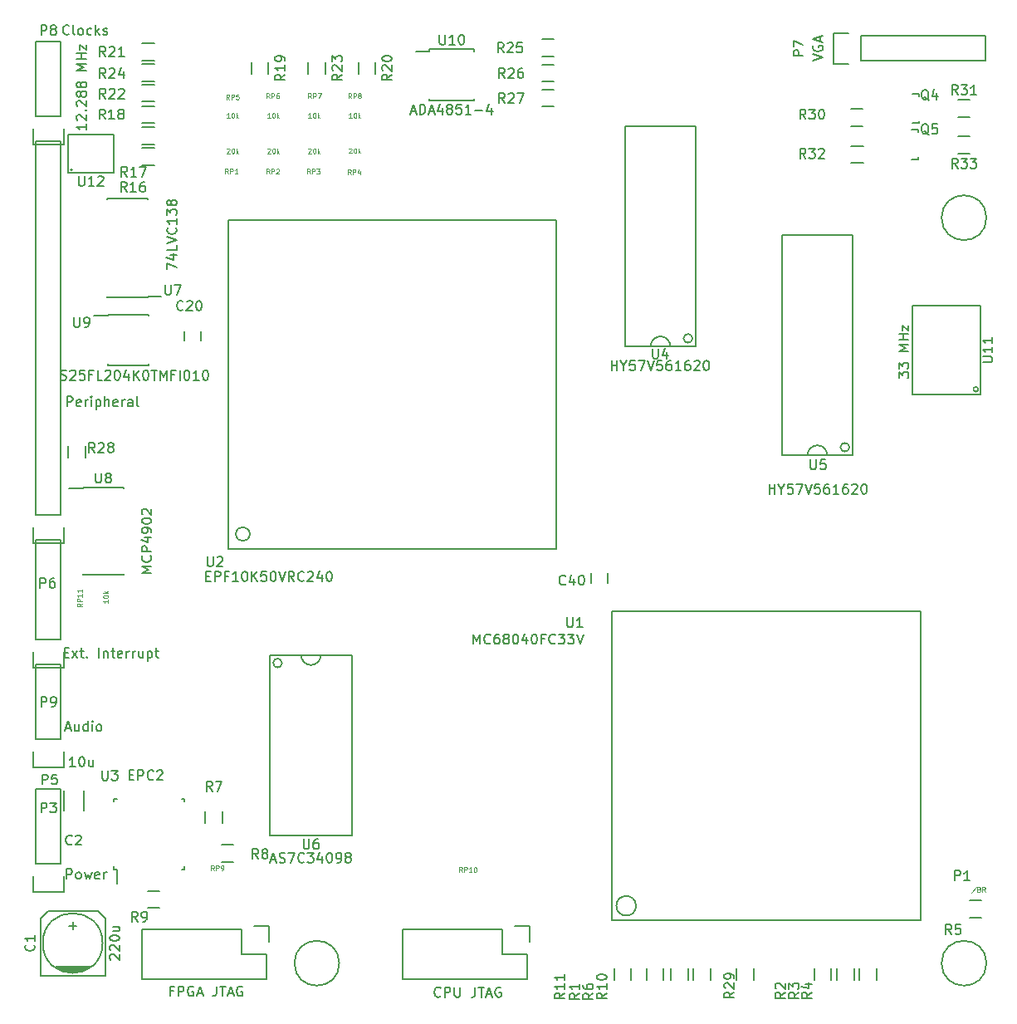
<source format=gbr>
G04 #@! TF.FileFunction,Legend,Top*
%FSLAX46Y46*%
G04 Gerber Fmt 4.6, Leading zero omitted, Abs format (unit mm)*
G04 Created by KiCad (PCBNEW 0.201602141416+6556~42~ubuntu14.04.1-product) date ons 24 feb 2016 10:42:23*
%MOMM*%
G01*
G04 APERTURE LIST*
%ADD10C,0.100000*%
%ADD11C,0.150000*%
%ADD12C,0.200000*%
%ADD13C,0.125000*%
G04 APERTURE END LIST*
D10*
D11*
X117286000Y-146000000D02*
G75*
G03X117286000Y-146000000I-2286000J0D01*
G01*
X183286000Y-70000000D02*
G75*
G03X183286000Y-70000000I-2286000J0D01*
G01*
X150050000Y-82100000D02*
G75*
G03X149050000Y-83100000I0J-1000000D01*
G01*
X151050000Y-83100000D02*
G75*
G03X150050000Y-82100000I-1000000J0D01*
G01*
X153297214Y-82300000D02*
G75*
G03X153297214Y-82300000I-447214J0D01*
G01*
X146450000Y-83100000D02*
X146450000Y-60700000D01*
X146450000Y-60700000D02*
X153650000Y-60700000D01*
X153650000Y-60700000D02*
X153650000Y-83100000D01*
X153650000Y-83100000D02*
X146450000Y-83100000D01*
X166050000Y-93200000D02*
G75*
G03X165050000Y-94200000I0J-1000000D01*
G01*
X167050000Y-94200000D02*
G75*
G03X166050000Y-93200000I-1000000J0D01*
G01*
X169297214Y-93400000D02*
G75*
G03X169297214Y-93400000I-447214J0D01*
G01*
X162450000Y-94200000D02*
X162450000Y-71800000D01*
X162450000Y-71800000D02*
X169650000Y-71800000D01*
X169650000Y-71800000D02*
X169650000Y-94200000D01*
X169650000Y-94200000D02*
X162450000Y-94200000D01*
X147550000Y-140150000D02*
G75*
G03X147550000Y-140150000I-1000000J0D01*
G01*
X145050000Y-110150000D02*
X145050000Y-141650000D01*
X176550000Y-110150000D02*
X145050000Y-110150000D01*
X176550000Y-141650000D02*
X176550000Y-110150000D01*
X145050000Y-141650000D02*
X176550000Y-141650000D01*
X108157107Y-102250000D02*
G75*
G03X108157107Y-102250000I-707107J0D01*
G01*
X105950000Y-70250000D02*
X105950000Y-103750000D01*
X139450000Y-70250000D02*
X105950000Y-70250000D01*
X139450000Y-103750000D02*
X139450000Y-70250000D01*
X105950000Y-103750000D02*
X139450000Y-103750000D01*
X97725000Y-78150000D02*
X97725000Y-78045000D01*
X93575000Y-78150000D02*
X93575000Y-78045000D01*
X93575000Y-68000000D02*
X93575000Y-68105000D01*
X97725000Y-68000000D02*
X97725000Y-68105000D01*
X97725000Y-78150000D02*
X93575000Y-78150000D01*
X97725000Y-68000000D02*
X93575000Y-68000000D01*
X97725000Y-78045000D02*
X99100000Y-78045000D01*
D12*
X110200000Y-133000000D02*
X118600000Y-133000000D01*
X118600000Y-114600000D02*
X110200000Y-114600000D01*
X110200000Y-114600000D02*
X110200000Y-133000000D01*
X118600000Y-114600000D02*
X118600000Y-133000000D01*
D11*
X114400000Y-115600000D02*
G75*
G03X115400000Y-114600000I0J1000000D01*
G01*
X113400000Y-114600000D02*
G75*
G03X114400000Y-115600000I1000000J0D01*
G01*
X111447214Y-115400000D02*
G75*
G03X111447214Y-115400000I-447214J0D01*
G01*
X94275000Y-136475000D02*
X94600000Y-136475000D01*
X94275000Y-129225000D02*
X94600000Y-129225000D01*
X101525000Y-129225000D02*
X101200000Y-129225000D01*
X101525000Y-136475000D02*
X101200000Y-136475000D01*
X94275000Y-136475000D02*
X94275000Y-136150000D01*
X101525000Y-136475000D02*
X101525000Y-136150000D01*
X101525000Y-129225000D02*
X101525000Y-129550000D01*
X94275000Y-129225000D02*
X94275000Y-129550000D01*
X94600000Y-136475000D02*
X94600000Y-137900000D01*
X91125000Y-97500000D02*
X91125000Y-97615000D01*
X95275000Y-97500000D02*
X95275000Y-97615000D01*
X95275000Y-106400000D02*
X95275000Y-106285000D01*
X91125000Y-106400000D02*
X91125000Y-106285000D01*
X91125000Y-97500000D02*
X95275000Y-97500000D01*
X91125000Y-106400000D02*
X95275000Y-106400000D01*
X91125000Y-97615000D02*
X89750000Y-97615000D01*
X93675000Y-79875000D02*
X93675000Y-80020000D01*
X97825000Y-79875000D02*
X97825000Y-80020000D01*
X97825000Y-85025000D02*
X97825000Y-84880000D01*
X93675000Y-85025000D02*
X93675000Y-84880000D01*
X93675000Y-79875000D02*
X97825000Y-79875000D01*
X93675000Y-85025000D02*
X97825000Y-85025000D01*
X93675000Y-80020000D02*
X92275000Y-80020000D01*
X109870000Y-147610000D02*
X97170000Y-147610000D01*
X97170000Y-147610000D02*
X97170000Y-142530000D01*
X97170000Y-142530000D02*
X107330000Y-142530000D01*
X109870000Y-147610000D02*
X109870000Y-145070000D01*
X110150000Y-143800000D02*
X110150000Y-142250000D01*
X109870000Y-145070000D02*
X107330000Y-145070000D01*
X107330000Y-145070000D02*
X107330000Y-142530000D01*
X110150000Y-142250000D02*
X108600000Y-142250000D01*
X136450000Y-147610000D02*
X123750000Y-147610000D01*
X123750000Y-147610000D02*
X123750000Y-142530000D01*
X123750000Y-142530000D02*
X133910000Y-142530000D01*
X136450000Y-147610000D02*
X136450000Y-145070000D01*
X136730000Y-143800000D02*
X136730000Y-142250000D01*
X136450000Y-145070000D02*
X133910000Y-145070000D01*
X133910000Y-145070000D02*
X133910000Y-142530000D01*
X136730000Y-142250000D02*
X135180000Y-142250000D01*
X126425000Y-52825000D02*
X126425000Y-53050000D01*
X131075000Y-52825000D02*
X131075000Y-53050000D01*
X131075000Y-58075000D02*
X131075000Y-57850000D01*
X126425000Y-58075000D02*
X126425000Y-57850000D01*
X126425000Y-52825000D02*
X131075000Y-52825000D01*
X126425000Y-58075000D02*
X131075000Y-58075000D01*
X126425000Y-53050000D02*
X125075000Y-53050000D01*
X137950000Y-51825000D02*
X139150000Y-51825000D01*
X139150000Y-53575000D02*
X137950000Y-53575000D01*
X138000000Y-54375000D02*
X139200000Y-54375000D01*
X139200000Y-56125000D02*
X138000000Y-56125000D01*
X138000000Y-56925000D02*
X139200000Y-56925000D01*
X139200000Y-58675000D02*
X138000000Y-58675000D01*
X108325000Y-55350000D02*
X108325000Y-54150000D01*
X110075000Y-54150000D02*
X110075000Y-55350000D01*
X119225000Y-55350000D02*
X119225000Y-54150000D01*
X120975000Y-54150000D02*
X120975000Y-55350000D01*
X97200000Y-52225000D02*
X98400000Y-52225000D01*
X98400000Y-53975000D02*
X97200000Y-53975000D01*
X97200000Y-56425000D02*
X98400000Y-56425000D01*
X98400000Y-58175000D02*
X97200000Y-58175000D01*
X114125000Y-55350000D02*
X114125000Y-54150000D01*
X115875000Y-54150000D02*
X115875000Y-55350000D01*
X97200000Y-54325000D02*
X98400000Y-54325000D01*
X98400000Y-56075000D02*
X97200000Y-56075000D01*
X98400000Y-64625000D02*
X97200000Y-64625000D01*
X97200000Y-62875000D02*
X98400000Y-62875000D01*
X98400000Y-62500001D02*
X97200000Y-62500001D01*
X97200000Y-60750001D02*
X98400000Y-60750001D01*
X98400000Y-60375000D02*
X97200000Y-60375000D01*
X97200000Y-58625000D02*
X98400000Y-58625000D01*
X88900000Y-123190000D02*
X88900000Y-115570000D01*
X86360000Y-123190000D02*
X86360000Y-115570000D01*
X86080000Y-126010000D02*
X86080000Y-124460000D01*
X88900000Y-115570000D02*
X86360000Y-115570000D01*
X86360000Y-123190000D02*
X88900000Y-123190000D01*
X89180000Y-124460000D02*
X89180000Y-126010000D01*
X89180000Y-126010000D02*
X86080000Y-126010000D01*
X88900000Y-135890000D02*
X88900000Y-128270000D01*
X86360000Y-135890000D02*
X86360000Y-128270000D01*
X86080000Y-138710000D02*
X86080000Y-137160000D01*
X88900000Y-128270000D02*
X86360000Y-128270000D01*
X86360000Y-135890000D02*
X88900000Y-135890000D01*
X89180000Y-137160000D02*
X89180000Y-138710000D01*
X89180000Y-138710000D02*
X86080000Y-138710000D01*
X88900000Y-100330000D02*
X88900000Y-62230000D01*
X88900000Y-62230000D02*
X86360000Y-62230000D01*
X86360000Y-62230000D02*
X86360000Y-100330000D01*
X86080000Y-103150000D02*
X86080000Y-101600000D01*
X86360000Y-100330000D02*
X88900000Y-100330000D01*
X89180000Y-101600000D02*
X89180000Y-103150000D01*
X89180000Y-103150000D02*
X86080000Y-103150000D01*
X170520000Y-51480000D02*
X183220000Y-51480000D01*
X183220000Y-51480000D02*
X183220000Y-54020000D01*
X183220000Y-54020000D02*
X170520000Y-54020000D01*
X167700000Y-51200000D02*
X169250000Y-51200000D01*
X170520000Y-51480000D02*
X170520000Y-54020000D01*
X169250000Y-54300000D02*
X167700000Y-54300000D01*
X167700000Y-54300000D02*
X167700000Y-51200000D01*
X150375000Y-146500000D02*
X150375000Y-147700000D01*
X148625000Y-147700000D02*
X148625000Y-146500000D01*
X167475000Y-146500000D02*
X167475000Y-147700000D01*
X165725000Y-147700000D02*
X165725000Y-146500000D01*
X169775000Y-146500000D02*
X169775000Y-147700000D01*
X168025000Y-147700000D02*
X168025000Y-146500000D01*
X172075000Y-146500000D02*
X172075000Y-147700000D01*
X170325000Y-147700000D02*
X170325000Y-146500000D01*
X181600000Y-139625000D02*
X182800000Y-139625000D01*
X182800000Y-141375000D02*
X181600000Y-141375000D01*
X151125000Y-147700000D02*
X151125000Y-146500000D01*
X152875000Y-146500000D02*
X152875000Y-147700000D01*
X105375000Y-130500000D02*
X105375000Y-131700000D01*
X103625000Y-131700000D02*
X103625000Y-130500000D01*
X105300000Y-133925000D02*
X106500000Y-133925000D01*
X106500000Y-135675000D02*
X105300000Y-135675000D01*
X98950000Y-140375000D02*
X97750000Y-140375000D01*
X97750000Y-138625000D02*
X98950000Y-138625000D01*
X155175000Y-146500000D02*
X155175000Y-147700000D01*
X153425000Y-147700000D02*
X153425000Y-146500000D01*
X147075000Y-146500000D02*
X147075000Y-147700000D01*
X145325000Y-147700000D02*
X145325000Y-146500000D01*
X88900000Y-59690000D02*
X88900000Y-52070000D01*
X86360000Y-59690000D02*
X86360000Y-52070000D01*
X86080000Y-62510000D02*
X86080000Y-60960000D01*
X88900000Y-52070000D02*
X86360000Y-52070000D01*
X86360000Y-59690000D02*
X88900000Y-59690000D01*
X89180000Y-60960000D02*
X89180000Y-62510000D01*
X89180000Y-62510000D02*
X86080000Y-62510000D01*
X91375000Y-93250000D02*
X91375000Y-94450000D01*
X89625000Y-94450000D02*
X89625000Y-93250000D01*
D12*
X182450000Y-87500000D02*
G75*
G03X182450000Y-87500000I-250000J0D01*
G01*
X175700000Y-88000000D02*
X175700000Y-79000000D01*
X175700000Y-79000000D02*
X182700000Y-79000000D01*
X182700000Y-79000000D02*
X182700000Y-88000000D01*
X182700000Y-88000000D02*
X175700000Y-88000000D01*
X90057803Y-65101000D02*
G75*
G03X90057803Y-65101000I-89803J0D01*
G01*
X89650500Y-61545000D02*
X94286000Y-61545000D01*
X94286000Y-61545000D02*
X94286000Y-65418500D01*
X94286000Y-65418500D02*
X89650500Y-65418500D01*
X89650500Y-65418500D02*
X89650500Y-61545000D01*
D11*
X159575000Y-146500000D02*
X159575000Y-147700000D01*
X157825000Y-147700000D02*
X157825000Y-146500000D01*
X175699200Y-57350180D02*
X176400240Y-57350180D01*
X176400240Y-57350180D02*
X176400240Y-57599100D01*
X176400240Y-60149160D02*
X176400240Y-60349820D01*
X176400240Y-60349820D02*
X175699200Y-60349820D01*
X175649200Y-61050180D02*
X176350240Y-61050180D01*
X176350240Y-61050180D02*
X176350240Y-61299100D01*
X176350240Y-63849160D02*
X176350240Y-64049820D01*
X176350240Y-64049820D02*
X175649200Y-64049820D01*
X169450000Y-58925000D02*
X170650000Y-58925000D01*
X170650000Y-60675000D02*
X169450000Y-60675000D01*
X181600000Y-59725000D02*
X180400000Y-59725000D01*
X180400000Y-57975000D02*
X181600000Y-57975000D01*
X169500000Y-62675000D02*
X170700000Y-62675000D01*
X170700000Y-64425000D02*
X169500000Y-64425000D01*
X181600000Y-63475000D02*
X180400000Y-63475000D01*
X180400000Y-61725000D02*
X181600000Y-61725000D01*
X89338000Y-146870180D02*
X90862000Y-146870180D01*
X91243000Y-146743180D02*
X88957000Y-146743180D01*
X88703000Y-146616180D02*
X91497000Y-146616180D01*
X91751000Y-146489180D02*
X88449000Y-146489180D01*
X88322000Y-146362180D02*
X91878000Y-146362180D01*
X86798000Y-147251180D02*
X93402000Y-147251180D01*
X93402000Y-147251180D02*
X93402000Y-141409180D01*
X93402000Y-141409180D02*
X92640000Y-140647180D01*
X92640000Y-140647180D02*
X87560000Y-140647180D01*
X87560000Y-140647180D02*
X86798000Y-141409180D01*
X86798000Y-141409180D02*
X86798000Y-147251180D01*
X90100000Y-141790180D02*
X90100000Y-142552180D01*
X89719000Y-142171180D02*
X90481000Y-142171180D01*
X93148000Y-143949180D02*
G75*
G03X93148000Y-143949180I-3048000J0D01*
G01*
X91225000Y-130450000D02*
X91225000Y-128450000D01*
X89175000Y-128450000D02*
X89175000Y-130450000D01*
X101500000Y-81550000D02*
X101500000Y-82550000D01*
X103200000Y-82550000D02*
X103200000Y-81550000D01*
X142950000Y-106250000D02*
X142950000Y-107250000D01*
X144650000Y-107250000D02*
X144650000Y-106250000D01*
X89180000Y-114300000D02*
X89180000Y-115850000D01*
X89180000Y-115850000D02*
X86080000Y-115850000D01*
X86080000Y-115850000D02*
X86080000Y-114300000D01*
X86360000Y-113030000D02*
X86360000Y-102870000D01*
X86360000Y-102870000D02*
X88900000Y-102870000D01*
X88900000Y-102870000D02*
X88900000Y-113030000D01*
X86360000Y-113030000D02*
X88900000Y-113030000D01*
X183286000Y-146000000D02*
G75*
G03X183286000Y-146000000I-2286000J0D01*
G01*
D13*
X118516507Y-57827710D02*
X118349840Y-57589615D01*
X118230793Y-57827710D02*
X118230793Y-57327710D01*
X118421269Y-57327710D01*
X118468888Y-57351520D01*
X118492697Y-57375330D01*
X118516507Y-57422949D01*
X118516507Y-57494377D01*
X118492697Y-57541996D01*
X118468888Y-57565806D01*
X118421269Y-57589615D01*
X118230793Y-57589615D01*
X118730793Y-57827710D02*
X118730793Y-57327710D01*
X118921269Y-57327710D01*
X118968888Y-57351520D01*
X118992697Y-57375330D01*
X119016507Y-57422949D01*
X119016507Y-57494377D01*
X118992697Y-57541996D01*
X118968888Y-57565806D01*
X118921269Y-57589615D01*
X118730793Y-57589615D01*
X119302221Y-57541996D02*
X119254602Y-57518187D01*
X119230793Y-57494377D01*
X119206983Y-57446758D01*
X119206983Y-57422949D01*
X119230793Y-57375330D01*
X119254602Y-57351520D01*
X119302221Y-57327710D01*
X119397459Y-57327710D01*
X119445078Y-57351520D01*
X119468888Y-57375330D01*
X119492697Y-57422949D01*
X119492697Y-57446758D01*
X119468888Y-57494377D01*
X119445078Y-57518187D01*
X119397459Y-57541996D01*
X119302221Y-57541996D01*
X119254602Y-57565806D01*
X119230793Y-57589615D01*
X119206983Y-57637234D01*
X119206983Y-57732472D01*
X119230793Y-57780091D01*
X119254602Y-57803901D01*
X119302221Y-57827710D01*
X119397459Y-57827710D01*
X119445078Y-57803901D01*
X119468888Y-57780091D01*
X119492697Y-57732472D01*
X119492697Y-57637234D01*
X119468888Y-57589615D01*
X119445078Y-57565806D01*
X119397459Y-57541996D01*
X118565401Y-59826950D02*
X118279687Y-59826950D01*
X118422544Y-59826950D02*
X118422544Y-59326950D01*
X118374925Y-59398379D01*
X118327306Y-59445998D01*
X118279687Y-59469808D01*
X118874925Y-59326950D02*
X118922544Y-59326950D01*
X118970163Y-59350760D01*
X118993972Y-59374570D01*
X119017782Y-59422189D01*
X119041591Y-59517427D01*
X119041591Y-59636474D01*
X119017782Y-59731712D01*
X118993972Y-59779331D01*
X118970163Y-59803141D01*
X118922544Y-59826950D01*
X118874925Y-59826950D01*
X118827306Y-59803141D01*
X118803496Y-59779331D01*
X118779687Y-59731712D01*
X118755877Y-59636474D01*
X118755877Y-59517427D01*
X118779687Y-59422189D01*
X118803496Y-59374570D01*
X118827306Y-59350760D01*
X118874925Y-59326950D01*
X119255877Y-59826950D02*
X119255877Y-59326950D01*
X119303496Y-59636474D02*
X119446353Y-59826950D01*
X119446353Y-59493617D02*
X119255877Y-59684093D01*
D11*
X149238095Y-83352381D02*
X149238095Y-84161905D01*
X149285714Y-84257143D01*
X149333333Y-84304762D01*
X149428571Y-84352381D01*
X149619048Y-84352381D01*
X149714286Y-84304762D01*
X149761905Y-84257143D01*
X149809524Y-84161905D01*
X149809524Y-83352381D01*
X150714286Y-83685714D02*
X150714286Y-84352381D01*
X150476190Y-83304762D02*
X150238095Y-84019048D01*
X150857143Y-84019048D01*
X145047619Y-85552381D02*
X145047619Y-84552381D01*
X145047619Y-85028571D02*
X145619048Y-85028571D01*
X145619048Y-85552381D02*
X145619048Y-84552381D01*
X146285714Y-85076190D02*
X146285714Y-85552381D01*
X145952381Y-84552381D02*
X146285714Y-85076190D01*
X146619048Y-84552381D01*
X147428572Y-84552381D02*
X146952381Y-84552381D01*
X146904762Y-85028571D01*
X146952381Y-84980952D01*
X147047619Y-84933333D01*
X147285715Y-84933333D01*
X147380953Y-84980952D01*
X147428572Y-85028571D01*
X147476191Y-85123810D01*
X147476191Y-85361905D01*
X147428572Y-85457143D01*
X147380953Y-85504762D01*
X147285715Y-85552381D01*
X147047619Y-85552381D01*
X146952381Y-85504762D01*
X146904762Y-85457143D01*
X147809524Y-84552381D02*
X148476191Y-84552381D01*
X148047619Y-85552381D01*
X148714286Y-84552381D02*
X149047619Y-85552381D01*
X149380953Y-84552381D01*
X150190477Y-84552381D02*
X149714286Y-84552381D01*
X149666667Y-85028571D01*
X149714286Y-84980952D01*
X149809524Y-84933333D01*
X150047620Y-84933333D01*
X150142858Y-84980952D01*
X150190477Y-85028571D01*
X150238096Y-85123810D01*
X150238096Y-85361905D01*
X150190477Y-85457143D01*
X150142858Y-85504762D01*
X150047620Y-85552381D01*
X149809524Y-85552381D01*
X149714286Y-85504762D01*
X149666667Y-85457143D01*
X151095239Y-84552381D02*
X150904762Y-84552381D01*
X150809524Y-84600000D01*
X150761905Y-84647619D01*
X150666667Y-84790476D01*
X150619048Y-84980952D01*
X150619048Y-85361905D01*
X150666667Y-85457143D01*
X150714286Y-85504762D01*
X150809524Y-85552381D01*
X151000001Y-85552381D01*
X151095239Y-85504762D01*
X151142858Y-85457143D01*
X151190477Y-85361905D01*
X151190477Y-85123810D01*
X151142858Y-85028571D01*
X151095239Y-84980952D01*
X151000001Y-84933333D01*
X150809524Y-84933333D01*
X150714286Y-84980952D01*
X150666667Y-85028571D01*
X150619048Y-85123810D01*
X152142858Y-85552381D02*
X151571429Y-85552381D01*
X151857143Y-85552381D02*
X151857143Y-84552381D01*
X151761905Y-84695238D01*
X151666667Y-84790476D01*
X151571429Y-84838095D01*
X153000001Y-84552381D02*
X152809524Y-84552381D01*
X152714286Y-84600000D01*
X152666667Y-84647619D01*
X152571429Y-84790476D01*
X152523810Y-84980952D01*
X152523810Y-85361905D01*
X152571429Y-85457143D01*
X152619048Y-85504762D01*
X152714286Y-85552381D01*
X152904763Y-85552381D01*
X153000001Y-85504762D01*
X153047620Y-85457143D01*
X153095239Y-85361905D01*
X153095239Y-85123810D01*
X153047620Y-85028571D01*
X153000001Y-84980952D01*
X152904763Y-84933333D01*
X152714286Y-84933333D01*
X152619048Y-84980952D01*
X152571429Y-85028571D01*
X152523810Y-85123810D01*
X153476191Y-84647619D02*
X153523810Y-84600000D01*
X153619048Y-84552381D01*
X153857144Y-84552381D01*
X153952382Y-84600000D01*
X154000001Y-84647619D01*
X154047620Y-84742857D01*
X154047620Y-84838095D01*
X154000001Y-84980952D01*
X153428572Y-85552381D01*
X154047620Y-85552381D01*
X154666667Y-84552381D02*
X154761906Y-84552381D01*
X154857144Y-84600000D01*
X154904763Y-84647619D01*
X154952382Y-84742857D01*
X155000001Y-84933333D01*
X155000001Y-85171429D01*
X154952382Y-85361905D01*
X154904763Y-85457143D01*
X154857144Y-85504762D01*
X154761906Y-85552381D01*
X154666667Y-85552381D01*
X154571429Y-85504762D01*
X154523810Y-85457143D01*
X154476191Y-85361905D01*
X154428572Y-85171429D01*
X154428572Y-84933333D01*
X154476191Y-84742857D01*
X154523810Y-84647619D01*
X154571429Y-84600000D01*
X154666667Y-84552381D01*
X165338095Y-94652381D02*
X165338095Y-95461905D01*
X165385714Y-95557143D01*
X165433333Y-95604762D01*
X165528571Y-95652381D01*
X165719048Y-95652381D01*
X165814286Y-95604762D01*
X165861905Y-95557143D01*
X165909524Y-95461905D01*
X165909524Y-94652381D01*
X166861905Y-94652381D02*
X166385714Y-94652381D01*
X166338095Y-95128571D01*
X166385714Y-95080952D01*
X166480952Y-95033333D01*
X166719048Y-95033333D01*
X166814286Y-95080952D01*
X166861905Y-95128571D01*
X166909524Y-95223810D01*
X166909524Y-95461905D01*
X166861905Y-95557143D01*
X166814286Y-95604762D01*
X166719048Y-95652381D01*
X166480952Y-95652381D01*
X166385714Y-95604762D01*
X166338095Y-95557143D01*
X161147619Y-98152381D02*
X161147619Y-97152381D01*
X161147619Y-97628571D02*
X161719048Y-97628571D01*
X161719048Y-98152381D02*
X161719048Y-97152381D01*
X162385714Y-97676190D02*
X162385714Y-98152381D01*
X162052381Y-97152381D02*
X162385714Y-97676190D01*
X162719048Y-97152381D01*
X163528572Y-97152381D02*
X163052381Y-97152381D01*
X163004762Y-97628571D01*
X163052381Y-97580952D01*
X163147619Y-97533333D01*
X163385715Y-97533333D01*
X163480953Y-97580952D01*
X163528572Y-97628571D01*
X163576191Y-97723810D01*
X163576191Y-97961905D01*
X163528572Y-98057143D01*
X163480953Y-98104762D01*
X163385715Y-98152381D01*
X163147619Y-98152381D01*
X163052381Y-98104762D01*
X163004762Y-98057143D01*
X163909524Y-97152381D02*
X164576191Y-97152381D01*
X164147619Y-98152381D01*
X164814286Y-97152381D02*
X165147619Y-98152381D01*
X165480953Y-97152381D01*
X166290477Y-97152381D02*
X165814286Y-97152381D01*
X165766667Y-97628571D01*
X165814286Y-97580952D01*
X165909524Y-97533333D01*
X166147620Y-97533333D01*
X166242858Y-97580952D01*
X166290477Y-97628571D01*
X166338096Y-97723810D01*
X166338096Y-97961905D01*
X166290477Y-98057143D01*
X166242858Y-98104762D01*
X166147620Y-98152381D01*
X165909524Y-98152381D01*
X165814286Y-98104762D01*
X165766667Y-98057143D01*
X167195239Y-97152381D02*
X167004762Y-97152381D01*
X166909524Y-97200000D01*
X166861905Y-97247619D01*
X166766667Y-97390476D01*
X166719048Y-97580952D01*
X166719048Y-97961905D01*
X166766667Y-98057143D01*
X166814286Y-98104762D01*
X166909524Y-98152381D01*
X167100001Y-98152381D01*
X167195239Y-98104762D01*
X167242858Y-98057143D01*
X167290477Y-97961905D01*
X167290477Y-97723810D01*
X167242858Y-97628571D01*
X167195239Y-97580952D01*
X167100001Y-97533333D01*
X166909524Y-97533333D01*
X166814286Y-97580952D01*
X166766667Y-97628571D01*
X166719048Y-97723810D01*
X168242858Y-98152381D02*
X167671429Y-98152381D01*
X167957143Y-98152381D02*
X167957143Y-97152381D01*
X167861905Y-97295238D01*
X167766667Y-97390476D01*
X167671429Y-97438095D01*
X169100001Y-97152381D02*
X168909524Y-97152381D01*
X168814286Y-97200000D01*
X168766667Y-97247619D01*
X168671429Y-97390476D01*
X168623810Y-97580952D01*
X168623810Y-97961905D01*
X168671429Y-98057143D01*
X168719048Y-98104762D01*
X168814286Y-98152381D01*
X169004763Y-98152381D01*
X169100001Y-98104762D01*
X169147620Y-98057143D01*
X169195239Y-97961905D01*
X169195239Y-97723810D01*
X169147620Y-97628571D01*
X169100001Y-97580952D01*
X169004763Y-97533333D01*
X168814286Y-97533333D01*
X168719048Y-97580952D01*
X168671429Y-97628571D01*
X168623810Y-97723810D01*
X169576191Y-97247619D02*
X169623810Y-97200000D01*
X169719048Y-97152381D01*
X169957144Y-97152381D01*
X170052382Y-97200000D01*
X170100001Y-97247619D01*
X170147620Y-97342857D01*
X170147620Y-97438095D01*
X170100001Y-97580952D01*
X169528572Y-98152381D01*
X170147620Y-98152381D01*
X170766667Y-97152381D02*
X170861906Y-97152381D01*
X170957144Y-97200000D01*
X171004763Y-97247619D01*
X171052382Y-97342857D01*
X171100001Y-97533333D01*
X171100001Y-97771429D01*
X171052382Y-97961905D01*
X171004763Y-98057143D01*
X170957144Y-98104762D01*
X170861906Y-98152381D01*
X170766667Y-98152381D01*
X170671429Y-98104762D01*
X170623810Y-98057143D01*
X170576191Y-97961905D01*
X170528572Y-97771429D01*
X170528572Y-97533333D01*
X170576191Y-97342857D01*
X170623810Y-97247619D01*
X170671429Y-97200000D01*
X170766667Y-97152381D01*
X140538095Y-110752381D02*
X140538095Y-111561905D01*
X140585714Y-111657143D01*
X140633333Y-111704762D01*
X140728571Y-111752381D01*
X140919048Y-111752381D01*
X141014286Y-111704762D01*
X141061905Y-111657143D01*
X141109524Y-111561905D01*
X141109524Y-110752381D01*
X142109524Y-111752381D02*
X141538095Y-111752381D01*
X141823809Y-111752381D02*
X141823809Y-110752381D01*
X141728571Y-110895238D01*
X141633333Y-110990476D01*
X141538095Y-111038095D01*
X130976190Y-113452381D02*
X130976190Y-112452381D01*
X131309524Y-113166667D01*
X131642857Y-112452381D01*
X131642857Y-113452381D01*
X132690476Y-113357143D02*
X132642857Y-113404762D01*
X132500000Y-113452381D01*
X132404762Y-113452381D01*
X132261904Y-113404762D01*
X132166666Y-113309524D01*
X132119047Y-113214286D01*
X132071428Y-113023810D01*
X132071428Y-112880952D01*
X132119047Y-112690476D01*
X132166666Y-112595238D01*
X132261904Y-112500000D01*
X132404762Y-112452381D01*
X132500000Y-112452381D01*
X132642857Y-112500000D01*
X132690476Y-112547619D01*
X133547619Y-112452381D02*
X133357142Y-112452381D01*
X133261904Y-112500000D01*
X133214285Y-112547619D01*
X133119047Y-112690476D01*
X133071428Y-112880952D01*
X133071428Y-113261905D01*
X133119047Y-113357143D01*
X133166666Y-113404762D01*
X133261904Y-113452381D01*
X133452381Y-113452381D01*
X133547619Y-113404762D01*
X133595238Y-113357143D01*
X133642857Y-113261905D01*
X133642857Y-113023810D01*
X133595238Y-112928571D01*
X133547619Y-112880952D01*
X133452381Y-112833333D01*
X133261904Y-112833333D01*
X133166666Y-112880952D01*
X133119047Y-112928571D01*
X133071428Y-113023810D01*
X134214285Y-112880952D02*
X134119047Y-112833333D01*
X134071428Y-112785714D01*
X134023809Y-112690476D01*
X134023809Y-112642857D01*
X134071428Y-112547619D01*
X134119047Y-112500000D01*
X134214285Y-112452381D01*
X134404762Y-112452381D01*
X134500000Y-112500000D01*
X134547619Y-112547619D01*
X134595238Y-112642857D01*
X134595238Y-112690476D01*
X134547619Y-112785714D01*
X134500000Y-112833333D01*
X134404762Y-112880952D01*
X134214285Y-112880952D01*
X134119047Y-112928571D01*
X134071428Y-112976190D01*
X134023809Y-113071429D01*
X134023809Y-113261905D01*
X134071428Y-113357143D01*
X134119047Y-113404762D01*
X134214285Y-113452381D01*
X134404762Y-113452381D01*
X134500000Y-113404762D01*
X134547619Y-113357143D01*
X134595238Y-113261905D01*
X134595238Y-113071429D01*
X134547619Y-112976190D01*
X134500000Y-112928571D01*
X134404762Y-112880952D01*
X135214285Y-112452381D02*
X135309524Y-112452381D01*
X135404762Y-112500000D01*
X135452381Y-112547619D01*
X135500000Y-112642857D01*
X135547619Y-112833333D01*
X135547619Y-113071429D01*
X135500000Y-113261905D01*
X135452381Y-113357143D01*
X135404762Y-113404762D01*
X135309524Y-113452381D01*
X135214285Y-113452381D01*
X135119047Y-113404762D01*
X135071428Y-113357143D01*
X135023809Y-113261905D01*
X134976190Y-113071429D01*
X134976190Y-112833333D01*
X135023809Y-112642857D01*
X135071428Y-112547619D01*
X135119047Y-112500000D01*
X135214285Y-112452381D01*
X136404762Y-112785714D02*
X136404762Y-113452381D01*
X136166666Y-112404762D02*
X135928571Y-113119048D01*
X136547619Y-113119048D01*
X137119047Y-112452381D02*
X137214286Y-112452381D01*
X137309524Y-112500000D01*
X137357143Y-112547619D01*
X137404762Y-112642857D01*
X137452381Y-112833333D01*
X137452381Y-113071429D01*
X137404762Y-113261905D01*
X137357143Y-113357143D01*
X137309524Y-113404762D01*
X137214286Y-113452381D01*
X137119047Y-113452381D01*
X137023809Y-113404762D01*
X136976190Y-113357143D01*
X136928571Y-113261905D01*
X136880952Y-113071429D01*
X136880952Y-112833333D01*
X136928571Y-112642857D01*
X136976190Y-112547619D01*
X137023809Y-112500000D01*
X137119047Y-112452381D01*
X138214286Y-112928571D02*
X137880952Y-112928571D01*
X137880952Y-113452381D02*
X137880952Y-112452381D01*
X138357143Y-112452381D01*
X139309524Y-113357143D02*
X139261905Y-113404762D01*
X139119048Y-113452381D01*
X139023810Y-113452381D01*
X138880952Y-113404762D01*
X138785714Y-113309524D01*
X138738095Y-113214286D01*
X138690476Y-113023810D01*
X138690476Y-112880952D01*
X138738095Y-112690476D01*
X138785714Y-112595238D01*
X138880952Y-112500000D01*
X139023810Y-112452381D01*
X139119048Y-112452381D01*
X139261905Y-112500000D01*
X139309524Y-112547619D01*
X139642857Y-112452381D02*
X140261905Y-112452381D01*
X139928571Y-112833333D01*
X140071429Y-112833333D01*
X140166667Y-112880952D01*
X140214286Y-112928571D01*
X140261905Y-113023810D01*
X140261905Y-113261905D01*
X140214286Y-113357143D01*
X140166667Y-113404762D01*
X140071429Y-113452381D01*
X139785714Y-113452381D01*
X139690476Y-113404762D01*
X139642857Y-113357143D01*
X140595238Y-112452381D02*
X141214286Y-112452381D01*
X140880952Y-112833333D01*
X141023810Y-112833333D01*
X141119048Y-112880952D01*
X141166667Y-112928571D01*
X141214286Y-113023810D01*
X141214286Y-113261905D01*
X141166667Y-113357143D01*
X141119048Y-113404762D01*
X141023810Y-113452381D01*
X140738095Y-113452381D01*
X140642857Y-113404762D01*
X140595238Y-113357143D01*
X141500000Y-112452381D02*
X141833333Y-113452381D01*
X142166667Y-112452381D01*
X103838095Y-104552381D02*
X103838095Y-105361905D01*
X103885714Y-105457143D01*
X103933333Y-105504762D01*
X104028571Y-105552381D01*
X104219048Y-105552381D01*
X104314286Y-105504762D01*
X104361905Y-105457143D01*
X104409524Y-105361905D01*
X104409524Y-104552381D01*
X104838095Y-104647619D02*
X104885714Y-104600000D01*
X104980952Y-104552381D01*
X105219048Y-104552381D01*
X105314286Y-104600000D01*
X105361905Y-104647619D01*
X105409524Y-104742857D01*
X105409524Y-104838095D01*
X105361905Y-104980952D01*
X104790476Y-105552381D01*
X105409524Y-105552381D01*
X103695238Y-106528571D02*
X104028572Y-106528571D01*
X104171429Y-107052381D02*
X103695238Y-107052381D01*
X103695238Y-106052381D01*
X104171429Y-106052381D01*
X104600000Y-107052381D02*
X104600000Y-106052381D01*
X104980953Y-106052381D01*
X105076191Y-106100000D01*
X105123810Y-106147619D01*
X105171429Y-106242857D01*
X105171429Y-106385714D01*
X105123810Y-106480952D01*
X105076191Y-106528571D01*
X104980953Y-106576190D01*
X104600000Y-106576190D01*
X105933334Y-106528571D02*
X105600000Y-106528571D01*
X105600000Y-107052381D02*
X105600000Y-106052381D01*
X106076191Y-106052381D01*
X106980953Y-107052381D02*
X106409524Y-107052381D01*
X106695238Y-107052381D02*
X106695238Y-106052381D01*
X106600000Y-106195238D01*
X106504762Y-106290476D01*
X106409524Y-106338095D01*
X107600000Y-106052381D02*
X107695239Y-106052381D01*
X107790477Y-106100000D01*
X107838096Y-106147619D01*
X107885715Y-106242857D01*
X107933334Y-106433333D01*
X107933334Y-106671429D01*
X107885715Y-106861905D01*
X107838096Y-106957143D01*
X107790477Y-107004762D01*
X107695239Y-107052381D01*
X107600000Y-107052381D01*
X107504762Y-107004762D01*
X107457143Y-106957143D01*
X107409524Y-106861905D01*
X107361905Y-106671429D01*
X107361905Y-106433333D01*
X107409524Y-106242857D01*
X107457143Y-106147619D01*
X107504762Y-106100000D01*
X107600000Y-106052381D01*
X108361905Y-107052381D02*
X108361905Y-106052381D01*
X108933334Y-107052381D02*
X108504762Y-106480952D01*
X108933334Y-106052381D02*
X108361905Y-106623810D01*
X109838096Y-106052381D02*
X109361905Y-106052381D01*
X109314286Y-106528571D01*
X109361905Y-106480952D01*
X109457143Y-106433333D01*
X109695239Y-106433333D01*
X109790477Y-106480952D01*
X109838096Y-106528571D01*
X109885715Y-106623810D01*
X109885715Y-106861905D01*
X109838096Y-106957143D01*
X109790477Y-107004762D01*
X109695239Y-107052381D01*
X109457143Y-107052381D01*
X109361905Y-107004762D01*
X109314286Y-106957143D01*
X110504762Y-106052381D02*
X110600001Y-106052381D01*
X110695239Y-106100000D01*
X110742858Y-106147619D01*
X110790477Y-106242857D01*
X110838096Y-106433333D01*
X110838096Y-106671429D01*
X110790477Y-106861905D01*
X110742858Y-106957143D01*
X110695239Y-107004762D01*
X110600001Y-107052381D01*
X110504762Y-107052381D01*
X110409524Y-107004762D01*
X110361905Y-106957143D01*
X110314286Y-106861905D01*
X110266667Y-106671429D01*
X110266667Y-106433333D01*
X110314286Y-106242857D01*
X110361905Y-106147619D01*
X110409524Y-106100000D01*
X110504762Y-106052381D01*
X111123810Y-106052381D02*
X111457143Y-107052381D01*
X111790477Y-106052381D01*
X112695239Y-107052381D02*
X112361905Y-106576190D01*
X112123810Y-107052381D02*
X112123810Y-106052381D01*
X112504763Y-106052381D01*
X112600001Y-106100000D01*
X112647620Y-106147619D01*
X112695239Y-106242857D01*
X112695239Y-106385714D01*
X112647620Y-106480952D01*
X112600001Y-106528571D01*
X112504763Y-106576190D01*
X112123810Y-106576190D01*
X113695239Y-106957143D02*
X113647620Y-107004762D01*
X113504763Y-107052381D01*
X113409525Y-107052381D01*
X113266667Y-107004762D01*
X113171429Y-106909524D01*
X113123810Y-106814286D01*
X113076191Y-106623810D01*
X113076191Y-106480952D01*
X113123810Y-106290476D01*
X113171429Y-106195238D01*
X113266667Y-106100000D01*
X113409525Y-106052381D01*
X113504763Y-106052381D01*
X113647620Y-106100000D01*
X113695239Y-106147619D01*
X114076191Y-106147619D02*
X114123810Y-106100000D01*
X114219048Y-106052381D01*
X114457144Y-106052381D01*
X114552382Y-106100000D01*
X114600001Y-106147619D01*
X114647620Y-106242857D01*
X114647620Y-106338095D01*
X114600001Y-106480952D01*
X114028572Y-107052381D01*
X114647620Y-107052381D01*
X115504763Y-106385714D02*
X115504763Y-107052381D01*
X115266667Y-106004762D02*
X115028572Y-106719048D01*
X115647620Y-106719048D01*
X116219048Y-106052381D02*
X116314287Y-106052381D01*
X116409525Y-106100000D01*
X116457144Y-106147619D01*
X116504763Y-106242857D01*
X116552382Y-106433333D01*
X116552382Y-106671429D01*
X116504763Y-106861905D01*
X116457144Y-106957143D01*
X116409525Y-107004762D01*
X116314287Y-107052381D01*
X116219048Y-107052381D01*
X116123810Y-107004762D01*
X116076191Y-106957143D01*
X116028572Y-106861905D01*
X115980953Y-106671429D01*
X115980953Y-106433333D01*
X116028572Y-106242857D01*
X116076191Y-106147619D01*
X116123810Y-106100000D01*
X116219048Y-106052381D01*
X99538095Y-76852381D02*
X99538095Y-77661905D01*
X99585714Y-77757143D01*
X99633333Y-77804762D01*
X99728571Y-77852381D01*
X99919048Y-77852381D01*
X100014286Y-77804762D01*
X100061905Y-77757143D01*
X100109524Y-77661905D01*
X100109524Y-76852381D01*
X100490476Y-76852381D02*
X101157143Y-76852381D01*
X100728571Y-77852381D01*
X99702381Y-75271429D02*
X99702381Y-74604762D01*
X100702381Y-75033334D01*
X100035714Y-73795238D02*
X100702381Y-73795238D01*
X99654762Y-74033334D02*
X100369048Y-74271429D01*
X100369048Y-73652381D01*
X100702381Y-72795238D02*
X100702381Y-73271429D01*
X99702381Y-73271429D01*
X99702381Y-72604762D02*
X100702381Y-72271429D01*
X99702381Y-71938095D01*
X100607143Y-71033333D02*
X100654762Y-71080952D01*
X100702381Y-71223809D01*
X100702381Y-71319047D01*
X100654762Y-71461905D01*
X100559524Y-71557143D01*
X100464286Y-71604762D01*
X100273810Y-71652381D01*
X100130952Y-71652381D01*
X99940476Y-71604762D01*
X99845238Y-71557143D01*
X99750000Y-71461905D01*
X99702381Y-71319047D01*
X99702381Y-71223809D01*
X99750000Y-71080952D01*
X99797619Y-71033333D01*
X100702381Y-70080952D02*
X100702381Y-70652381D01*
X100702381Y-70366667D02*
X99702381Y-70366667D01*
X99845238Y-70461905D01*
X99940476Y-70557143D01*
X99988095Y-70652381D01*
X99702381Y-69747619D02*
X99702381Y-69128571D01*
X100083333Y-69461905D01*
X100083333Y-69319047D01*
X100130952Y-69223809D01*
X100178571Y-69176190D01*
X100273810Y-69128571D01*
X100511905Y-69128571D01*
X100607143Y-69176190D01*
X100654762Y-69223809D01*
X100702381Y-69319047D01*
X100702381Y-69604762D01*
X100654762Y-69700000D01*
X100607143Y-69747619D01*
X100130952Y-68557143D02*
X100083333Y-68652381D01*
X100035714Y-68700000D01*
X99940476Y-68747619D01*
X99892857Y-68747619D01*
X99797619Y-68700000D01*
X99750000Y-68652381D01*
X99702381Y-68557143D01*
X99702381Y-68366666D01*
X99750000Y-68271428D01*
X99797619Y-68223809D01*
X99892857Y-68176190D01*
X99940476Y-68176190D01*
X100035714Y-68223809D01*
X100083333Y-68271428D01*
X100130952Y-68366666D01*
X100130952Y-68557143D01*
X100178571Y-68652381D01*
X100226190Y-68700000D01*
X100321429Y-68747619D01*
X100511905Y-68747619D01*
X100607143Y-68700000D01*
X100654762Y-68652381D01*
X100702381Y-68557143D01*
X100702381Y-68366666D01*
X100654762Y-68271428D01*
X100607143Y-68223809D01*
X100511905Y-68176190D01*
X100321429Y-68176190D01*
X100226190Y-68223809D01*
X100178571Y-68271428D01*
X100130952Y-68366666D01*
X113638095Y-133352381D02*
X113638095Y-134161905D01*
X113685714Y-134257143D01*
X113733333Y-134304762D01*
X113828571Y-134352381D01*
X114019048Y-134352381D01*
X114114286Y-134304762D01*
X114161905Y-134257143D01*
X114209524Y-134161905D01*
X114209524Y-133352381D01*
X115114286Y-133352381D02*
X114923809Y-133352381D01*
X114828571Y-133400000D01*
X114780952Y-133447619D01*
X114685714Y-133590476D01*
X114638095Y-133780952D01*
X114638095Y-134161905D01*
X114685714Y-134257143D01*
X114733333Y-134304762D01*
X114828571Y-134352381D01*
X115019048Y-134352381D01*
X115114286Y-134304762D01*
X115161905Y-134257143D01*
X115209524Y-134161905D01*
X115209524Y-133923810D01*
X115161905Y-133828571D01*
X115114286Y-133780952D01*
X115019048Y-133733333D01*
X114828571Y-133733333D01*
X114733333Y-133780952D01*
X114685714Y-133828571D01*
X114638095Y-133923810D01*
X110328571Y-135466667D02*
X110804762Y-135466667D01*
X110233333Y-135752381D02*
X110566666Y-134752381D01*
X110900000Y-135752381D01*
X111185714Y-135704762D02*
X111328571Y-135752381D01*
X111566667Y-135752381D01*
X111661905Y-135704762D01*
X111709524Y-135657143D01*
X111757143Y-135561905D01*
X111757143Y-135466667D01*
X111709524Y-135371429D01*
X111661905Y-135323810D01*
X111566667Y-135276190D01*
X111376190Y-135228571D01*
X111280952Y-135180952D01*
X111233333Y-135133333D01*
X111185714Y-135038095D01*
X111185714Y-134942857D01*
X111233333Y-134847619D01*
X111280952Y-134800000D01*
X111376190Y-134752381D01*
X111614286Y-134752381D01*
X111757143Y-134800000D01*
X112090476Y-134752381D02*
X112757143Y-134752381D01*
X112328571Y-135752381D01*
X113709524Y-135657143D02*
X113661905Y-135704762D01*
X113519048Y-135752381D01*
X113423810Y-135752381D01*
X113280952Y-135704762D01*
X113185714Y-135609524D01*
X113138095Y-135514286D01*
X113090476Y-135323810D01*
X113090476Y-135180952D01*
X113138095Y-134990476D01*
X113185714Y-134895238D01*
X113280952Y-134800000D01*
X113423810Y-134752381D01*
X113519048Y-134752381D01*
X113661905Y-134800000D01*
X113709524Y-134847619D01*
X114042857Y-134752381D02*
X114661905Y-134752381D01*
X114328571Y-135133333D01*
X114471429Y-135133333D01*
X114566667Y-135180952D01*
X114614286Y-135228571D01*
X114661905Y-135323810D01*
X114661905Y-135561905D01*
X114614286Y-135657143D01*
X114566667Y-135704762D01*
X114471429Y-135752381D01*
X114185714Y-135752381D01*
X114090476Y-135704762D01*
X114042857Y-135657143D01*
X115519048Y-135085714D02*
X115519048Y-135752381D01*
X115280952Y-134704762D02*
X115042857Y-135419048D01*
X115661905Y-135419048D01*
X116233333Y-134752381D02*
X116328572Y-134752381D01*
X116423810Y-134800000D01*
X116471429Y-134847619D01*
X116519048Y-134942857D01*
X116566667Y-135133333D01*
X116566667Y-135371429D01*
X116519048Y-135561905D01*
X116471429Y-135657143D01*
X116423810Y-135704762D01*
X116328572Y-135752381D01*
X116233333Y-135752381D01*
X116138095Y-135704762D01*
X116090476Y-135657143D01*
X116042857Y-135561905D01*
X115995238Y-135371429D01*
X115995238Y-135133333D01*
X116042857Y-134942857D01*
X116090476Y-134847619D01*
X116138095Y-134800000D01*
X116233333Y-134752381D01*
X117042857Y-135752381D02*
X117233333Y-135752381D01*
X117328572Y-135704762D01*
X117376191Y-135657143D01*
X117471429Y-135514286D01*
X117519048Y-135323810D01*
X117519048Y-134942857D01*
X117471429Y-134847619D01*
X117423810Y-134800000D01*
X117328572Y-134752381D01*
X117138095Y-134752381D01*
X117042857Y-134800000D01*
X116995238Y-134847619D01*
X116947619Y-134942857D01*
X116947619Y-135180952D01*
X116995238Y-135276190D01*
X117042857Y-135323810D01*
X117138095Y-135371429D01*
X117328572Y-135371429D01*
X117423810Y-135323810D01*
X117471429Y-135276190D01*
X117519048Y-135180952D01*
X118090476Y-135180952D02*
X117995238Y-135133333D01*
X117947619Y-135085714D01*
X117900000Y-134990476D01*
X117900000Y-134942857D01*
X117947619Y-134847619D01*
X117995238Y-134800000D01*
X118090476Y-134752381D01*
X118280953Y-134752381D01*
X118376191Y-134800000D01*
X118423810Y-134847619D01*
X118471429Y-134942857D01*
X118471429Y-134990476D01*
X118423810Y-135085714D01*
X118376191Y-135133333D01*
X118280953Y-135180952D01*
X118090476Y-135180952D01*
X117995238Y-135228571D01*
X117947619Y-135276190D01*
X117900000Y-135371429D01*
X117900000Y-135561905D01*
X117947619Y-135657143D01*
X117995238Y-135704762D01*
X118090476Y-135752381D01*
X118280953Y-135752381D01*
X118376191Y-135704762D01*
X118423810Y-135657143D01*
X118471429Y-135561905D01*
X118471429Y-135371429D01*
X118423810Y-135276190D01*
X118376191Y-135228571D01*
X118280953Y-135180952D01*
X93113095Y-126352381D02*
X93113095Y-127161905D01*
X93160714Y-127257143D01*
X93208333Y-127304762D01*
X93303571Y-127352381D01*
X93494048Y-127352381D01*
X93589286Y-127304762D01*
X93636905Y-127257143D01*
X93684524Y-127161905D01*
X93684524Y-126352381D01*
X94065476Y-126352381D02*
X94684524Y-126352381D01*
X94351190Y-126733333D01*
X94494048Y-126733333D01*
X94589286Y-126780952D01*
X94636905Y-126828571D01*
X94684524Y-126923810D01*
X94684524Y-127161905D01*
X94636905Y-127257143D01*
X94589286Y-127304762D01*
X94494048Y-127352381D01*
X94208333Y-127352381D01*
X94113095Y-127304762D01*
X94065476Y-127257143D01*
X95859524Y-126803571D02*
X96192858Y-126803571D01*
X96335715Y-127327381D02*
X95859524Y-127327381D01*
X95859524Y-126327381D01*
X96335715Y-126327381D01*
X96764286Y-127327381D02*
X96764286Y-126327381D01*
X97145239Y-126327381D01*
X97240477Y-126375000D01*
X97288096Y-126422619D01*
X97335715Y-126517857D01*
X97335715Y-126660714D01*
X97288096Y-126755952D01*
X97240477Y-126803571D01*
X97145239Y-126851190D01*
X96764286Y-126851190D01*
X98335715Y-127232143D02*
X98288096Y-127279762D01*
X98145239Y-127327381D01*
X98050001Y-127327381D01*
X97907143Y-127279762D01*
X97811905Y-127184524D01*
X97764286Y-127089286D01*
X97716667Y-126898810D01*
X97716667Y-126755952D01*
X97764286Y-126565476D01*
X97811905Y-126470238D01*
X97907143Y-126375000D01*
X98050001Y-126327381D01*
X98145239Y-126327381D01*
X98288096Y-126375000D01*
X98335715Y-126422619D01*
X98716667Y-126422619D02*
X98764286Y-126375000D01*
X98859524Y-126327381D01*
X99097620Y-126327381D01*
X99192858Y-126375000D01*
X99240477Y-126422619D01*
X99288096Y-126517857D01*
X99288096Y-126613095D01*
X99240477Y-126755952D01*
X98669048Y-127327381D01*
X99288096Y-127327381D01*
X92438095Y-96027381D02*
X92438095Y-96836905D01*
X92485714Y-96932143D01*
X92533333Y-96979762D01*
X92628571Y-97027381D01*
X92819048Y-97027381D01*
X92914286Y-96979762D01*
X92961905Y-96932143D01*
X93009524Y-96836905D01*
X93009524Y-96027381D01*
X93628571Y-96455952D02*
X93533333Y-96408333D01*
X93485714Y-96360714D01*
X93438095Y-96265476D01*
X93438095Y-96217857D01*
X93485714Y-96122619D01*
X93533333Y-96075000D01*
X93628571Y-96027381D01*
X93819048Y-96027381D01*
X93914286Y-96075000D01*
X93961905Y-96122619D01*
X94009524Y-96217857D01*
X94009524Y-96265476D01*
X93961905Y-96360714D01*
X93914286Y-96408333D01*
X93819048Y-96455952D01*
X93628571Y-96455952D01*
X93533333Y-96503571D01*
X93485714Y-96551190D01*
X93438095Y-96646429D01*
X93438095Y-96836905D01*
X93485714Y-96932143D01*
X93533333Y-96979762D01*
X93628571Y-97027381D01*
X93819048Y-97027381D01*
X93914286Y-96979762D01*
X93961905Y-96932143D01*
X94009524Y-96836905D01*
X94009524Y-96646429D01*
X93961905Y-96551190D01*
X93914286Y-96503571D01*
X93819048Y-96455952D01*
X98127381Y-106188095D02*
X97127381Y-106188095D01*
X97841667Y-105854761D01*
X97127381Y-105521428D01*
X98127381Y-105521428D01*
X98032143Y-104473809D02*
X98079762Y-104521428D01*
X98127381Y-104664285D01*
X98127381Y-104759523D01*
X98079762Y-104902381D01*
X97984524Y-104997619D01*
X97889286Y-105045238D01*
X97698810Y-105092857D01*
X97555952Y-105092857D01*
X97365476Y-105045238D01*
X97270238Y-104997619D01*
X97175000Y-104902381D01*
X97127381Y-104759523D01*
X97127381Y-104664285D01*
X97175000Y-104521428D01*
X97222619Y-104473809D01*
X98127381Y-104045238D02*
X97127381Y-104045238D01*
X97127381Y-103664285D01*
X97175000Y-103569047D01*
X97222619Y-103521428D01*
X97317857Y-103473809D01*
X97460714Y-103473809D01*
X97555952Y-103521428D01*
X97603571Y-103569047D01*
X97651190Y-103664285D01*
X97651190Y-104045238D01*
X97460714Y-102616666D02*
X98127381Y-102616666D01*
X97079762Y-102854762D02*
X97794048Y-103092857D01*
X97794048Y-102473809D01*
X98127381Y-102045238D02*
X98127381Y-101854762D01*
X98079762Y-101759523D01*
X98032143Y-101711904D01*
X97889286Y-101616666D01*
X97698810Y-101569047D01*
X97317857Y-101569047D01*
X97222619Y-101616666D01*
X97175000Y-101664285D01*
X97127381Y-101759523D01*
X97127381Y-101950000D01*
X97175000Y-102045238D01*
X97222619Y-102092857D01*
X97317857Y-102140476D01*
X97555952Y-102140476D01*
X97651190Y-102092857D01*
X97698810Y-102045238D01*
X97746429Y-101950000D01*
X97746429Y-101759523D01*
X97698810Y-101664285D01*
X97651190Y-101616666D01*
X97555952Y-101569047D01*
X97127381Y-100950000D02*
X97127381Y-100854761D01*
X97175000Y-100759523D01*
X97222619Y-100711904D01*
X97317857Y-100664285D01*
X97508333Y-100616666D01*
X97746429Y-100616666D01*
X97936905Y-100664285D01*
X98032143Y-100711904D01*
X98079762Y-100759523D01*
X98127381Y-100854761D01*
X98127381Y-100950000D01*
X98079762Y-101045238D01*
X98032143Y-101092857D01*
X97936905Y-101140476D01*
X97746429Y-101188095D01*
X97508333Y-101188095D01*
X97317857Y-101140476D01*
X97222619Y-101092857D01*
X97175000Y-101045238D01*
X97127381Y-100950000D01*
X97222619Y-100235714D02*
X97175000Y-100188095D01*
X97127381Y-100092857D01*
X97127381Y-99854761D01*
X97175000Y-99759523D01*
X97222619Y-99711904D01*
X97317857Y-99664285D01*
X97413095Y-99664285D01*
X97555952Y-99711904D01*
X98127381Y-100283333D01*
X98127381Y-99664285D01*
X90238095Y-80152381D02*
X90238095Y-80961905D01*
X90285714Y-81057143D01*
X90333333Y-81104762D01*
X90428571Y-81152381D01*
X90619048Y-81152381D01*
X90714286Y-81104762D01*
X90761905Y-81057143D01*
X90809524Y-80961905D01*
X90809524Y-80152381D01*
X91333333Y-81152381D02*
X91523809Y-81152381D01*
X91619048Y-81104762D01*
X91666667Y-81057143D01*
X91761905Y-80914286D01*
X91809524Y-80723810D01*
X91809524Y-80342857D01*
X91761905Y-80247619D01*
X91714286Y-80200000D01*
X91619048Y-80152381D01*
X91428571Y-80152381D01*
X91333333Y-80200000D01*
X91285714Y-80247619D01*
X91238095Y-80342857D01*
X91238095Y-80580952D01*
X91285714Y-80676190D01*
X91333333Y-80723810D01*
X91428571Y-80771429D01*
X91619048Y-80771429D01*
X91714286Y-80723810D01*
X91761905Y-80676190D01*
X91809524Y-80580952D01*
X88876190Y-86504762D02*
X89019047Y-86552381D01*
X89257143Y-86552381D01*
X89352381Y-86504762D01*
X89400000Y-86457143D01*
X89447619Y-86361905D01*
X89447619Y-86266667D01*
X89400000Y-86171429D01*
X89352381Y-86123810D01*
X89257143Y-86076190D01*
X89066666Y-86028571D01*
X88971428Y-85980952D01*
X88923809Y-85933333D01*
X88876190Y-85838095D01*
X88876190Y-85742857D01*
X88923809Y-85647619D01*
X88971428Y-85600000D01*
X89066666Y-85552381D01*
X89304762Y-85552381D01*
X89447619Y-85600000D01*
X89828571Y-85647619D02*
X89876190Y-85600000D01*
X89971428Y-85552381D01*
X90209524Y-85552381D01*
X90304762Y-85600000D01*
X90352381Y-85647619D01*
X90400000Y-85742857D01*
X90400000Y-85838095D01*
X90352381Y-85980952D01*
X89780952Y-86552381D01*
X90400000Y-86552381D01*
X91304762Y-85552381D02*
X90828571Y-85552381D01*
X90780952Y-86028571D01*
X90828571Y-85980952D01*
X90923809Y-85933333D01*
X91161905Y-85933333D01*
X91257143Y-85980952D01*
X91304762Y-86028571D01*
X91352381Y-86123810D01*
X91352381Y-86361905D01*
X91304762Y-86457143D01*
X91257143Y-86504762D01*
X91161905Y-86552381D01*
X90923809Y-86552381D01*
X90828571Y-86504762D01*
X90780952Y-86457143D01*
X92114286Y-86028571D02*
X91780952Y-86028571D01*
X91780952Y-86552381D02*
X91780952Y-85552381D01*
X92257143Y-85552381D01*
X93114286Y-86552381D02*
X92638095Y-86552381D01*
X92638095Y-85552381D01*
X93400000Y-85647619D02*
X93447619Y-85600000D01*
X93542857Y-85552381D01*
X93780953Y-85552381D01*
X93876191Y-85600000D01*
X93923810Y-85647619D01*
X93971429Y-85742857D01*
X93971429Y-85838095D01*
X93923810Y-85980952D01*
X93352381Y-86552381D01*
X93971429Y-86552381D01*
X94590476Y-85552381D02*
X94685715Y-85552381D01*
X94780953Y-85600000D01*
X94828572Y-85647619D01*
X94876191Y-85742857D01*
X94923810Y-85933333D01*
X94923810Y-86171429D01*
X94876191Y-86361905D01*
X94828572Y-86457143D01*
X94780953Y-86504762D01*
X94685715Y-86552381D01*
X94590476Y-86552381D01*
X94495238Y-86504762D01*
X94447619Y-86457143D01*
X94400000Y-86361905D01*
X94352381Y-86171429D01*
X94352381Y-85933333D01*
X94400000Y-85742857D01*
X94447619Y-85647619D01*
X94495238Y-85600000D01*
X94590476Y-85552381D01*
X95780953Y-85885714D02*
X95780953Y-86552381D01*
X95542857Y-85504762D02*
X95304762Y-86219048D01*
X95923810Y-86219048D01*
X96304762Y-86552381D02*
X96304762Y-85552381D01*
X96876191Y-86552381D02*
X96447619Y-85980952D01*
X96876191Y-85552381D02*
X96304762Y-86123810D01*
X97495238Y-85552381D02*
X97590477Y-85552381D01*
X97685715Y-85600000D01*
X97733334Y-85647619D01*
X97780953Y-85742857D01*
X97828572Y-85933333D01*
X97828572Y-86171429D01*
X97780953Y-86361905D01*
X97733334Y-86457143D01*
X97685715Y-86504762D01*
X97590477Y-86552381D01*
X97495238Y-86552381D01*
X97400000Y-86504762D01*
X97352381Y-86457143D01*
X97304762Y-86361905D01*
X97257143Y-86171429D01*
X97257143Y-85933333D01*
X97304762Y-85742857D01*
X97352381Y-85647619D01*
X97400000Y-85600000D01*
X97495238Y-85552381D01*
X98114286Y-85552381D02*
X98685715Y-85552381D01*
X98400000Y-86552381D02*
X98400000Y-85552381D01*
X99019048Y-86552381D02*
X99019048Y-85552381D01*
X99352382Y-86266667D01*
X99685715Y-85552381D01*
X99685715Y-86552381D01*
X100495239Y-86028571D02*
X100161905Y-86028571D01*
X100161905Y-86552381D02*
X100161905Y-85552381D01*
X100638096Y-85552381D01*
X101019048Y-86552381D02*
X101019048Y-85552381D01*
X101685714Y-85552381D02*
X101780953Y-85552381D01*
X101876191Y-85600000D01*
X101923810Y-85647619D01*
X101971429Y-85742857D01*
X102019048Y-85933333D01*
X102019048Y-86171429D01*
X101971429Y-86361905D01*
X101923810Y-86457143D01*
X101876191Y-86504762D01*
X101780953Y-86552381D01*
X101685714Y-86552381D01*
X101590476Y-86504762D01*
X101542857Y-86457143D01*
X101495238Y-86361905D01*
X101447619Y-86171429D01*
X101447619Y-85933333D01*
X101495238Y-85742857D01*
X101542857Y-85647619D01*
X101590476Y-85600000D01*
X101685714Y-85552381D01*
X102971429Y-86552381D02*
X102400000Y-86552381D01*
X102685714Y-86552381D02*
X102685714Y-85552381D01*
X102590476Y-85695238D01*
X102495238Y-85790476D01*
X102400000Y-85838095D01*
X103590476Y-85552381D02*
X103685715Y-85552381D01*
X103780953Y-85600000D01*
X103828572Y-85647619D01*
X103876191Y-85742857D01*
X103923810Y-85933333D01*
X103923810Y-86171429D01*
X103876191Y-86361905D01*
X103828572Y-86457143D01*
X103780953Y-86504762D01*
X103685715Y-86552381D01*
X103590476Y-86552381D01*
X103495238Y-86504762D01*
X103447619Y-86457143D01*
X103400000Y-86361905D01*
X103352381Y-86171429D01*
X103352381Y-85933333D01*
X103400000Y-85742857D01*
X103447619Y-85647619D01*
X103495238Y-85600000D01*
X103590476Y-85552381D01*
X100342857Y-148828571D02*
X100009523Y-148828571D01*
X100009523Y-149352381D02*
X100009523Y-148352381D01*
X100485714Y-148352381D01*
X100866666Y-149352381D02*
X100866666Y-148352381D01*
X101247619Y-148352381D01*
X101342857Y-148400000D01*
X101390476Y-148447619D01*
X101438095Y-148542857D01*
X101438095Y-148685714D01*
X101390476Y-148780952D01*
X101342857Y-148828571D01*
X101247619Y-148876190D01*
X100866666Y-148876190D01*
X102390476Y-148400000D02*
X102295238Y-148352381D01*
X102152381Y-148352381D01*
X102009523Y-148400000D01*
X101914285Y-148495238D01*
X101866666Y-148590476D01*
X101819047Y-148780952D01*
X101819047Y-148923810D01*
X101866666Y-149114286D01*
X101914285Y-149209524D01*
X102009523Y-149304762D01*
X102152381Y-149352381D01*
X102247619Y-149352381D01*
X102390476Y-149304762D01*
X102438095Y-149257143D01*
X102438095Y-148923810D01*
X102247619Y-148923810D01*
X102819047Y-149066667D02*
X103295238Y-149066667D01*
X102723809Y-149352381D02*
X103057142Y-148352381D01*
X103390476Y-149352381D01*
X104771429Y-148352381D02*
X104771429Y-149066667D01*
X104723809Y-149209524D01*
X104628571Y-149304762D01*
X104485714Y-149352381D01*
X104390476Y-149352381D01*
X105104762Y-148352381D02*
X105676191Y-148352381D01*
X105390476Y-149352381D02*
X105390476Y-148352381D01*
X105961905Y-149066667D02*
X106438096Y-149066667D01*
X105866667Y-149352381D02*
X106200000Y-148352381D01*
X106533334Y-149352381D01*
X107390477Y-148400000D02*
X107295239Y-148352381D01*
X107152382Y-148352381D01*
X107009524Y-148400000D01*
X106914286Y-148495238D01*
X106866667Y-148590476D01*
X106819048Y-148780952D01*
X106819048Y-148923810D01*
X106866667Y-149114286D01*
X106914286Y-149209524D01*
X107009524Y-149304762D01*
X107152382Y-149352381D01*
X107247620Y-149352381D01*
X107390477Y-149304762D01*
X107438096Y-149257143D01*
X107438096Y-148923810D01*
X107247620Y-148923810D01*
X127614286Y-149357143D02*
X127566667Y-149404762D01*
X127423810Y-149452381D01*
X127328572Y-149452381D01*
X127185714Y-149404762D01*
X127090476Y-149309524D01*
X127042857Y-149214286D01*
X126995238Y-149023810D01*
X126995238Y-148880952D01*
X127042857Y-148690476D01*
X127090476Y-148595238D01*
X127185714Y-148500000D01*
X127328572Y-148452381D01*
X127423810Y-148452381D01*
X127566667Y-148500000D01*
X127614286Y-148547619D01*
X128042857Y-149452381D02*
X128042857Y-148452381D01*
X128423810Y-148452381D01*
X128519048Y-148500000D01*
X128566667Y-148547619D01*
X128614286Y-148642857D01*
X128614286Y-148785714D01*
X128566667Y-148880952D01*
X128519048Y-148928571D01*
X128423810Y-148976190D01*
X128042857Y-148976190D01*
X129042857Y-148452381D02*
X129042857Y-149261905D01*
X129090476Y-149357143D01*
X129138095Y-149404762D01*
X129233333Y-149452381D01*
X129423810Y-149452381D01*
X129519048Y-149404762D01*
X129566667Y-149357143D01*
X129614286Y-149261905D01*
X129614286Y-148452381D01*
X131138096Y-148452381D02*
X131138096Y-149166667D01*
X131090476Y-149309524D01*
X130995238Y-149404762D01*
X130852381Y-149452381D01*
X130757143Y-149452381D01*
X131471429Y-148452381D02*
X132042858Y-148452381D01*
X131757143Y-149452381D02*
X131757143Y-148452381D01*
X132328572Y-149166667D02*
X132804763Y-149166667D01*
X132233334Y-149452381D02*
X132566667Y-148452381D01*
X132900001Y-149452381D01*
X133757144Y-148500000D02*
X133661906Y-148452381D01*
X133519049Y-148452381D01*
X133376191Y-148500000D01*
X133280953Y-148595238D01*
X133233334Y-148690476D01*
X133185715Y-148880952D01*
X133185715Y-149023810D01*
X133233334Y-149214286D01*
X133280953Y-149309524D01*
X133376191Y-149404762D01*
X133519049Y-149452381D01*
X133614287Y-149452381D01*
X133757144Y-149404762D01*
X133804763Y-149357143D01*
X133804763Y-149023810D01*
X133614287Y-149023810D01*
X127511905Y-51352381D02*
X127511905Y-52161905D01*
X127559524Y-52257143D01*
X127607143Y-52304762D01*
X127702381Y-52352381D01*
X127892858Y-52352381D01*
X127988096Y-52304762D01*
X128035715Y-52257143D01*
X128083334Y-52161905D01*
X128083334Y-51352381D01*
X129083334Y-52352381D02*
X128511905Y-52352381D01*
X128797619Y-52352381D02*
X128797619Y-51352381D01*
X128702381Y-51495238D01*
X128607143Y-51590476D01*
X128511905Y-51638095D01*
X129702381Y-51352381D02*
X129797620Y-51352381D01*
X129892858Y-51400000D01*
X129940477Y-51447619D01*
X129988096Y-51542857D01*
X130035715Y-51733333D01*
X130035715Y-51971429D01*
X129988096Y-52161905D01*
X129940477Y-52257143D01*
X129892858Y-52304762D01*
X129797620Y-52352381D01*
X129702381Y-52352381D01*
X129607143Y-52304762D01*
X129559524Y-52257143D01*
X129511905Y-52161905D01*
X129464286Y-51971429D01*
X129464286Y-51733333D01*
X129511905Y-51542857D01*
X129559524Y-51447619D01*
X129607143Y-51400000D01*
X129702381Y-51352381D01*
X124583333Y-59166667D02*
X125059524Y-59166667D01*
X124488095Y-59452381D02*
X124821428Y-58452381D01*
X125154762Y-59452381D01*
X125488095Y-59452381D02*
X125488095Y-58452381D01*
X125726190Y-58452381D01*
X125869048Y-58500000D01*
X125964286Y-58595238D01*
X126011905Y-58690476D01*
X126059524Y-58880952D01*
X126059524Y-59023810D01*
X126011905Y-59214286D01*
X125964286Y-59309524D01*
X125869048Y-59404762D01*
X125726190Y-59452381D01*
X125488095Y-59452381D01*
X126440476Y-59166667D02*
X126916667Y-59166667D01*
X126345238Y-59452381D02*
X126678571Y-58452381D01*
X127011905Y-59452381D01*
X127773810Y-58785714D02*
X127773810Y-59452381D01*
X127535714Y-58404762D02*
X127297619Y-59119048D01*
X127916667Y-59119048D01*
X128440476Y-58880952D02*
X128345238Y-58833333D01*
X128297619Y-58785714D01*
X128250000Y-58690476D01*
X128250000Y-58642857D01*
X128297619Y-58547619D01*
X128345238Y-58500000D01*
X128440476Y-58452381D01*
X128630953Y-58452381D01*
X128726191Y-58500000D01*
X128773810Y-58547619D01*
X128821429Y-58642857D01*
X128821429Y-58690476D01*
X128773810Y-58785714D01*
X128726191Y-58833333D01*
X128630953Y-58880952D01*
X128440476Y-58880952D01*
X128345238Y-58928571D01*
X128297619Y-58976190D01*
X128250000Y-59071429D01*
X128250000Y-59261905D01*
X128297619Y-59357143D01*
X128345238Y-59404762D01*
X128440476Y-59452381D01*
X128630953Y-59452381D01*
X128726191Y-59404762D01*
X128773810Y-59357143D01*
X128821429Y-59261905D01*
X128821429Y-59071429D01*
X128773810Y-58976190D01*
X128726191Y-58928571D01*
X128630953Y-58880952D01*
X129726191Y-58452381D02*
X129250000Y-58452381D01*
X129202381Y-58928571D01*
X129250000Y-58880952D01*
X129345238Y-58833333D01*
X129583334Y-58833333D01*
X129678572Y-58880952D01*
X129726191Y-58928571D01*
X129773810Y-59023810D01*
X129773810Y-59261905D01*
X129726191Y-59357143D01*
X129678572Y-59404762D01*
X129583334Y-59452381D01*
X129345238Y-59452381D01*
X129250000Y-59404762D01*
X129202381Y-59357143D01*
X130726191Y-59452381D02*
X130154762Y-59452381D01*
X130440476Y-59452381D02*
X130440476Y-58452381D01*
X130345238Y-58595238D01*
X130250000Y-58690476D01*
X130154762Y-58738095D01*
X131154762Y-59071429D02*
X131916667Y-59071429D01*
X132821429Y-58785714D02*
X132821429Y-59452381D01*
X132583333Y-58404762D02*
X132345238Y-59119048D01*
X132964286Y-59119048D01*
X134057143Y-53152381D02*
X133723809Y-52676190D01*
X133485714Y-53152381D02*
X133485714Y-52152381D01*
X133866667Y-52152381D01*
X133961905Y-52200000D01*
X134009524Y-52247619D01*
X134057143Y-52342857D01*
X134057143Y-52485714D01*
X134009524Y-52580952D01*
X133961905Y-52628571D01*
X133866667Y-52676190D01*
X133485714Y-52676190D01*
X134438095Y-52247619D02*
X134485714Y-52200000D01*
X134580952Y-52152381D01*
X134819048Y-52152381D01*
X134914286Y-52200000D01*
X134961905Y-52247619D01*
X135009524Y-52342857D01*
X135009524Y-52438095D01*
X134961905Y-52580952D01*
X134390476Y-53152381D01*
X135009524Y-53152381D01*
X135914286Y-52152381D02*
X135438095Y-52152381D01*
X135390476Y-52628571D01*
X135438095Y-52580952D01*
X135533333Y-52533333D01*
X135771429Y-52533333D01*
X135866667Y-52580952D01*
X135914286Y-52628571D01*
X135961905Y-52723810D01*
X135961905Y-52961905D01*
X135914286Y-53057143D01*
X135866667Y-53104762D01*
X135771429Y-53152381D01*
X135533333Y-53152381D01*
X135438095Y-53104762D01*
X135390476Y-53057143D01*
X134157143Y-55752381D02*
X133823809Y-55276190D01*
X133585714Y-55752381D02*
X133585714Y-54752381D01*
X133966667Y-54752381D01*
X134061905Y-54800000D01*
X134109524Y-54847619D01*
X134157143Y-54942857D01*
X134157143Y-55085714D01*
X134109524Y-55180952D01*
X134061905Y-55228571D01*
X133966667Y-55276190D01*
X133585714Y-55276190D01*
X134538095Y-54847619D02*
X134585714Y-54800000D01*
X134680952Y-54752381D01*
X134919048Y-54752381D01*
X135014286Y-54800000D01*
X135061905Y-54847619D01*
X135109524Y-54942857D01*
X135109524Y-55038095D01*
X135061905Y-55180952D01*
X134490476Y-55752381D01*
X135109524Y-55752381D01*
X135966667Y-54752381D02*
X135776190Y-54752381D01*
X135680952Y-54800000D01*
X135633333Y-54847619D01*
X135538095Y-54990476D01*
X135490476Y-55180952D01*
X135490476Y-55561905D01*
X135538095Y-55657143D01*
X135585714Y-55704762D01*
X135680952Y-55752381D01*
X135871429Y-55752381D01*
X135966667Y-55704762D01*
X136014286Y-55657143D01*
X136061905Y-55561905D01*
X136061905Y-55323810D01*
X136014286Y-55228571D01*
X135966667Y-55180952D01*
X135871429Y-55133333D01*
X135680952Y-55133333D01*
X135585714Y-55180952D01*
X135538095Y-55228571D01*
X135490476Y-55323810D01*
X134157143Y-58302381D02*
X133823809Y-57826190D01*
X133585714Y-58302381D02*
X133585714Y-57302381D01*
X133966667Y-57302381D01*
X134061905Y-57350000D01*
X134109524Y-57397619D01*
X134157143Y-57492857D01*
X134157143Y-57635714D01*
X134109524Y-57730952D01*
X134061905Y-57778571D01*
X133966667Y-57826190D01*
X133585714Y-57826190D01*
X134538095Y-57397619D02*
X134585714Y-57350000D01*
X134680952Y-57302381D01*
X134919048Y-57302381D01*
X135014286Y-57350000D01*
X135061905Y-57397619D01*
X135109524Y-57492857D01*
X135109524Y-57588095D01*
X135061905Y-57730952D01*
X134490476Y-58302381D01*
X135109524Y-58302381D01*
X135442857Y-57302381D02*
X136109524Y-57302381D01*
X135680952Y-58302381D01*
D13*
X105952847Y-65526190D02*
X105786180Y-65288095D01*
X105667133Y-65526190D02*
X105667133Y-65026190D01*
X105857609Y-65026190D01*
X105905228Y-65050000D01*
X105929037Y-65073810D01*
X105952847Y-65121429D01*
X105952847Y-65192857D01*
X105929037Y-65240476D01*
X105905228Y-65264286D01*
X105857609Y-65288095D01*
X105667133Y-65288095D01*
X106167133Y-65526190D02*
X106167133Y-65026190D01*
X106357609Y-65026190D01*
X106405228Y-65050000D01*
X106429037Y-65073810D01*
X106452847Y-65121429D01*
X106452847Y-65192857D01*
X106429037Y-65240476D01*
X106405228Y-65264286D01*
X106357609Y-65288095D01*
X106167133Y-65288095D01*
X106929037Y-65526190D02*
X106643323Y-65526190D01*
X106786180Y-65526190D02*
X106786180Y-65026190D01*
X106738561Y-65097619D01*
X106690942Y-65145238D01*
X106643323Y-65169048D01*
X105829847Y-62974570D02*
X105853657Y-62950760D01*
X105901276Y-62926950D01*
X106020323Y-62926950D01*
X106067942Y-62950760D01*
X106091752Y-62974570D01*
X106115561Y-63022189D01*
X106115561Y-63069808D01*
X106091752Y-63141236D01*
X105806038Y-63426950D01*
X106115561Y-63426950D01*
X106425085Y-62926950D02*
X106472704Y-62926950D01*
X106520323Y-62950760D01*
X106544132Y-62974570D01*
X106567942Y-63022189D01*
X106591751Y-63117427D01*
X106591751Y-63236474D01*
X106567942Y-63331712D01*
X106544132Y-63379331D01*
X106520323Y-63403141D01*
X106472704Y-63426950D01*
X106425085Y-63426950D01*
X106377466Y-63403141D01*
X106353656Y-63379331D01*
X106329847Y-63331712D01*
X106306037Y-63236474D01*
X106306037Y-63117427D01*
X106329847Y-63022189D01*
X106353656Y-62974570D01*
X106377466Y-62950760D01*
X106425085Y-62926950D01*
X106806037Y-63426950D02*
X106806037Y-62926950D01*
X106853656Y-63236474D02*
X106996513Y-63426950D01*
X106996513Y-63093617D02*
X106806037Y-63284093D01*
X110166667Y-65526190D02*
X110000000Y-65288095D01*
X109880953Y-65526190D02*
X109880953Y-65026190D01*
X110071429Y-65026190D01*
X110119048Y-65050000D01*
X110142857Y-65073810D01*
X110166667Y-65121429D01*
X110166667Y-65192857D01*
X110142857Y-65240476D01*
X110119048Y-65264286D01*
X110071429Y-65288095D01*
X109880953Y-65288095D01*
X110380953Y-65526190D02*
X110380953Y-65026190D01*
X110571429Y-65026190D01*
X110619048Y-65050000D01*
X110642857Y-65073810D01*
X110666667Y-65121429D01*
X110666667Y-65192857D01*
X110642857Y-65240476D01*
X110619048Y-65264286D01*
X110571429Y-65288095D01*
X110380953Y-65288095D01*
X110857143Y-65073810D02*
X110880953Y-65050000D01*
X110928572Y-65026190D01*
X111047619Y-65026190D01*
X111095238Y-65050000D01*
X111119048Y-65073810D01*
X111142857Y-65121429D01*
X111142857Y-65169048D01*
X111119048Y-65240476D01*
X110833334Y-65526190D01*
X111142857Y-65526190D01*
X109979687Y-62974570D02*
X110003497Y-62950760D01*
X110051116Y-62926950D01*
X110170163Y-62926950D01*
X110217782Y-62950760D01*
X110241592Y-62974570D01*
X110265401Y-63022189D01*
X110265401Y-63069808D01*
X110241592Y-63141236D01*
X109955878Y-63426950D01*
X110265401Y-63426950D01*
X110574925Y-62926950D02*
X110622544Y-62926950D01*
X110670163Y-62950760D01*
X110693972Y-62974570D01*
X110717782Y-63022189D01*
X110741591Y-63117427D01*
X110741591Y-63236474D01*
X110717782Y-63331712D01*
X110693972Y-63379331D01*
X110670163Y-63403141D01*
X110622544Y-63426950D01*
X110574925Y-63426950D01*
X110527306Y-63403141D01*
X110503496Y-63379331D01*
X110479687Y-63331712D01*
X110455877Y-63236474D01*
X110455877Y-63117427D01*
X110479687Y-63022189D01*
X110503496Y-62974570D01*
X110527306Y-62950760D01*
X110574925Y-62926950D01*
X110955877Y-63426950D02*
X110955877Y-62926950D01*
X111003496Y-63236474D02*
X111146353Y-63426950D01*
X111146353Y-63093617D02*
X110955877Y-63284093D01*
X114317567Y-65526190D02*
X114150900Y-65288095D01*
X114031853Y-65526190D02*
X114031853Y-65026190D01*
X114222329Y-65026190D01*
X114269948Y-65050000D01*
X114293757Y-65073810D01*
X114317567Y-65121429D01*
X114317567Y-65192857D01*
X114293757Y-65240476D01*
X114269948Y-65264286D01*
X114222329Y-65288095D01*
X114031853Y-65288095D01*
X114531853Y-65526190D02*
X114531853Y-65026190D01*
X114722329Y-65026190D01*
X114769948Y-65050000D01*
X114793757Y-65073810D01*
X114817567Y-65121429D01*
X114817567Y-65192857D01*
X114793757Y-65240476D01*
X114769948Y-65264286D01*
X114722329Y-65288095D01*
X114531853Y-65288095D01*
X114984234Y-65026190D02*
X115293757Y-65026190D01*
X115127091Y-65216667D01*
X115198519Y-65216667D01*
X115246138Y-65240476D01*
X115269948Y-65264286D01*
X115293757Y-65311905D01*
X115293757Y-65430952D01*
X115269948Y-65478571D01*
X115246138Y-65502381D01*
X115198519Y-65526190D01*
X115055662Y-65526190D01*
X115008043Y-65502381D01*
X114984234Y-65478571D01*
X114129847Y-62974570D02*
X114153657Y-62950760D01*
X114201276Y-62926950D01*
X114320323Y-62926950D01*
X114367942Y-62950760D01*
X114391752Y-62974570D01*
X114415561Y-63022189D01*
X114415561Y-63069808D01*
X114391752Y-63141236D01*
X114106038Y-63426950D01*
X114415561Y-63426950D01*
X114725085Y-62926950D02*
X114772704Y-62926950D01*
X114820323Y-62950760D01*
X114844132Y-62974570D01*
X114867942Y-63022189D01*
X114891751Y-63117427D01*
X114891751Y-63236474D01*
X114867942Y-63331712D01*
X114844132Y-63379331D01*
X114820323Y-63403141D01*
X114772704Y-63426950D01*
X114725085Y-63426950D01*
X114677466Y-63403141D01*
X114653656Y-63379331D01*
X114629847Y-63331712D01*
X114606037Y-63236474D01*
X114606037Y-63117427D01*
X114629847Y-63022189D01*
X114653656Y-62974570D01*
X114677466Y-62950760D01*
X114725085Y-62926950D01*
X115106037Y-63426950D02*
X115106037Y-62926950D01*
X115153656Y-63236474D02*
X115296513Y-63426950D01*
X115296513Y-63093617D02*
X115106037Y-63284093D01*
X118465927Y-65576190D02*
X118299260Y-65338095D01*
X118180213Y-65576190D02*
X118180213Y-65076190D01*
X118370689Y-65076190D01*
X118418308Y-65100000D01*
X118442117Y-65123810D01*
X118465927Y-65171429D01*
X118465927Y-65242857D01*
X118442117Y-65290476D01*
X118418308Y-65314286D01*
X118370689Y-65338095D01*
X118180213Y-65338095D01*
X118680213Y-65576190D02*
X118680213Y-65076190D01*
X118870689Y-65076190D01*
X118918308Y-65100000D01*
X118942117Y-65123810D01*
X118965927Y-65171429D01*
X118965927Y-65242857D01*
X118942117Y-65290476D01*
X118918308Y-65314286D01*
X118870689Y-65338095D01*
X118680213Y-65338095D01*
X119394498Y-65242857D02*
X119394498Y-65576190D01*
X119275451Y-65052381D02*
X119156403Y-65409524D01*
X119465927Y-65409524D01*
X118278947Y-62973050D02*
X118302757Y-62949240D01*
X118350376Y-62925430D01*
X118469423Y-62925430D01*
X118517042Y-62949240D01*
X118540852Y-62973050D01*
X118564661Y-63020669D01*
X118564661Y-63068288D01*
X118540852Y-63139716D01*
X118255138Y-63425430D01*
X118564661Y-63425430D01*
X118874185Y-62925430D02*
X118921804Y-62925430D01*
X118969423Y-62949240D01*
X118993232Y-62973050D01*
X119017042Y-63020669D01*
X119040851Y-63115907D01*
X119040851Y-63234954D01*
X119017042Y-63330192D01*
X118993232Y-63377811D01*
X118969423Y-63401621D01*
X118921804Y-63425430D01*
X118874185Y-63425430D01*
X118826566Y-63401621D01*
X118802756Y-63377811D01*
X118778947Y-63330192D01*
X118755137Y-63234954D01*
X118755137Y-63115907D01*
X118778947Y-63020669D01*
X118802756Y-62973050D01*
X118826566Y-62949240D01*
X118874185Y-62925430D01*
X119255137Y-63425430D02*
X119255137Y-62925430D01*
X119302756Y-63234954D02*
X119445613Y-63425430D01*
X119445613Y-63092097D02*
X119255137Y-63282573D01*
X106066667Y-57926190D02*
X105900000Y-57688095D01*
X105780953Y-57926190D02*
X105780953Y-57426190D01*
X105971429Y-57426190D01*
X106019048Y-57450000D01*
X106042857Y-57473810D01*
X106066667Y-57521429D01*
X106066667Y-57592857D01*
X106042857Y-57640476D01*
X106019048Y-57664286D01*
X105971429Y-57688095D01*
X105780953Y-57688095D01*
X106280953Y-57926190D02*
X106280953Y-57426190D01*
X106471429Y-57426190D01*
X106519048Y-57450000D01*
X106542857Y-57473810D01*
X106566667Y-57521429D01*
X106566667Y-57592857D01*
X106542857Y-57640476D01*
X106519048Y-57664286D01*
X106471429Y-57688095D01*
X106280953Y-57688095D01*
X107019048Y-57426190D02*
X106780953Y-57426190D01*
X106757143Y-57664286D01*
X106780953Y-57640476D01*
X106828572Y-57616667D01*
X106947619Y-57616667D01*
X106995238Y-57640476D01*
X107019048Y-57664286D01*
X107042857Y-57711905D01*
X107042857Y-57830952D01*
X107019048Y-57878571D01*
X106995238Y-57902381D01*
X106947619Y-57926190D01*
X106828572Y-57926190D01*
X106780953Y-57902381D01*
X106757143Y-57878571D01*
X106115561Y-59826950D02*
X105829847Y-59826950D01*
X105972704Y-59826950D02*
X105972704Y-59326950D01*
X105925085Y-59398379D01*
X105877466Y-59445998D01*
X105829847Y-59469808D01*
X106425085Y-59326950D02*
X106472704Y-59326950D01*
X106520323Y-59350760D01*
X106544132Y-59374570D01*
X106567942Y-59422189D01*
X106591751Y-59517427D01*
X106591751Y-59636474D01*
X106567942Y-59731712D01*
X106544132Y-59779331D01*
X106520323Y-59803141D01*
X106472704Y-59826950D01*
X106425085Y-59826950D01*
X106377466Y-59803141D01*
X106353656Y-59779331D01*
X106329847Y-59731712D01*
X106306037Y-59636474D01*
X106306037Y-59517427D01*
X106329847Y-59422189D01*
X106353656Y-59374570D01*
X106377466Y-59350760D01*
X106425085Y-59326950D01*
X106806037Y-59826950D02*
X106806037Y-59326950D01*
X106853656Y-59636474D02*
X106996513Y-59826950D01*
X106996513Y-59493617D02*
X106806037Y-59684093D01*
X110166667Y-57826190D02*
X110000000Y-57588095D01*
X109880953Y-57826190D02*
X109880953Y-57326190D01*
X110071429Y-57326190D01*
X110119048Y-57350000D01*
X110142857Y-57373810D01*
X110166667Y-57421429D01*
X110166667Y-57492857D01*
X110142857Y-57540476D01*
X110119048Y-57564286D01*
X110071429Y-57588095D01*
X109880953Y-57588095D01*
X110380953Y-57826190D02*
X110380953Y-57326190D01*
X110571429Y-57326190D01*
X110619048Y-57350000D01*
X110642857Y-57373810D01*
X110666667Y-57421429D01*
X110666667Y-57492857D01*
X110642857Y-57540476D01*
X110619048Y-57564286D01*
X110571429Y-57588095D01*
X110380953Y-57588095D01*
X111095238Y-57326190D02*
X111000000Y-57326190D01*
X110952381Y-57350000D01*
X110928572Y-57373810D01*
X110880953Y-57445238D01*
X110857143Y-57540476D01*
X110857143Y-57730952D01*
X110880953Y-57778571D01*
X110904762Y-57802381D01*
X110952381Y-57826190D01*
X111047619Y-57826190D01*
X111095238Y-57802381D01*
X111119048Y-57778571D01*
X111142857Y-57730952D01*
X111142857Y-57611905D01*
X111119048Y-57564286D01*
X111095238Y-57540476D01*
X111047619Y-57516667D01*
X110952381Y-57516667D01*
X110904762Y-57540476D01*
X110880953Y-57564286D01*
X110857143Y-57611905D01*
X110265401Y-59825430D02*
X109979687Y-59825430D01*
X110122544Y-59825430D02*
X110122544Y-59325430D01*
X110074925Y-59396859D01*
X110027306Y-59444478D01*
X109979687Y-59468288D01*
X110574925Y-59325430D02*
X110622544Y-59325430D01*
X110670163Y-59349240D01*
X110693972Y-59373050D01*
X110717782Y-59420669D01*
X110741591Y-59515907D01*
X110741591Y-59634954D01*
X110717782Y-59730192D01*
X110693972Y-59777811D01*
X110670163Y-59801621D01*
X110622544Y-59825430D01*
X110574925Y-59825430D01*
X110527306Y-59801621D01*
X110503496Y-59777811D01*
X110479687Y-59730192D01*
X110455877Y-59634954D01*
X110455877Y-59515907D01*
X110479687Y-59420669D01*
X110503496Y-59373050D01*
X110527306Y-59349240D01*
X110574925Y-59325430D01*
X110955877Y-59825430D02*
X110955877Y-59325430D01*
X111003496Y-59634954D02*
X111146353Y-59825430D01*
X111146353Y-59492097D02*
X110955877Y-59682573D01*
X114416827Y-57827710D02*
X114250160Y-57589615D01*
X114131113Y-57827710D02*
X114131113Y-57327710D01*
X114321589Y-57327710D01*
X114369208Y-57351520D01*
X114393017Y-57375330D01*
X114416827Y-57422949D01*
X114416827Y-57494377D01*
X114393017Y-57541996D01*
X114369208Y-57565806D01*
X114321589Y-57589615D01*
X114131113Y-57589615D01*
X114631113Y-57827710D02*
X114631113Y-57327710D01*
X114821589Y-57327710D01*
X114869208Y-57351520D01*
X114893017Y-57375330D01*
X114916827Y-57422949D01*
X114916827Y-57494377D01*
X114893017Y-57541996D01*
X114869208Y-57565806D01*
X114821589Y-57589615D01*
X114631113Y-57589615D01*
X115083494Y-57327710D02*
X115416827Y-57327710D01*
X115202541Y-57827710D01*
X114415561Y-59826950D02*
X114129847Y-59826950D01*
X114272704Y-59826950D02*
X114272704Y-59326950D01*
X114225085Y-59398379D01*
X114177466Y-59445998D01*
X114129847Y-59469808D01*
X114725085Y-59326950D02*
X114772704Y-59326950D01*
X114820323Y-59350760D01*
X114844132Y-59374570D01*
X114867942Y-59422189D01*
X114891751Y-59517427D01*
X114891751Y-59636474D01*
X114867942Y-59731712D01*
X114844132Y-59779331D01*
X114820323Y-59803141D01*
X114772704Y-59826950D01*
X114725085Y-59826950D01*
X114677466Y-59803141D01*
X114653656Y-59779331D01*
X114629847Y-59731712D01*
X114606037Y-59636474D01*
X114606037Y-59517427D01*
X114629847Y-59422189D01*
X114653656Y-59374570D01*
X114677466Y-59350760D01*
X114725085Y-59326950D01*
X115106037Y-59826950D02*
X115106037Y-59326950D01*
X115153656Y-59636474D02*
X115296513Y-59826950D01*
X115296513Y-59493617D02*
X115106037Y-59684093D01*
D11*
X111752381Y-55392857D02*
X111276190Y-55726191D01*
X111752381Y-55964286D02*
X110752381Y-55964286D01*
X110752381Y-55583333D01*
X110800000Y-55488095D01*
X110847619Y-55440476D01*
X110942857Y-55392857D01*
X111085714Y-55392857D01*
X111180952Y-55440476D01*
X111228571Y-55488095D01*
X111276190Y-55583333D01*
X111276190Y-55964286D01*
X111752381Y-54440476D02*
X111752381Y-55011905D01*
X111752381Y-54726191D02*
X110752381Y-54726191D01*
X110895238Y-54821429D01*
X110990476Y-54916667D01*
X111038095Y-55011905D01*
X111752381Y-53964286D02*
X111752381Y-53773810D01*
X111704762Y-53678571D01*
X111657143Y-53630952D01*
X111514286Y-53535714D01*
X111323810Y-53488095D01*
X110942857Y-53488095D01*
X110847619Y-53535714D01*
X110800000Y-53583333D01*
X110752381Y-53678571D01*
X110752381Y-53869048D01*
X110800000Y-53964286D01*
X110847619Y-54011905D01*
X110942857Y-54059524D01*
X111180952Y-54059524D01*
X111276190Y-54011905D01*
X111323810Y-53964286D01*
X111371429Y-53869048D01*
X111371429Y-53678571D01*
X111323810Y-53583333D01*
X111276190Y-53535714D01*
X111180952Y-53488095D01*
X122652381Y-55392857D02*
X122176190Y-55726191D01*
X122652381Y-55964286D02*
X121652381Y-55964286D01*
X121652381Y-55583333D01*
X121700000Y-55488095D01*
X121747619Y-55440476D01*
X121842857Y-55392857D01*
X121985714Y-55392857D01*
X122080952Y-55440476D01*
X122128571Y-55488095D01*
X122176190Y-55583333D01*
X122176190Y-55964286D01*
X121747619Y-55011905D02*
X121700000Y-54964286D01*
X121652381Y-54869048D01*
X121652381Y-54630952D01*
X121700000Y-54535714D01*
X121747619Y-54488095D01*
X121842857Y-54440476D01*
X121938095Y-54440476D01*
X122080952Y-54488095D01*
X122652381Y-55059524D01*
X122652381Y-54440476D01*
X121652381Y-53821429D02*
X121652381Y-53726190D01*
X121700000Y-53630952D01*
X121747619Y-53583333D01*
X121842857Y-53535714D01*
X122033333Y-53488095D01*
X122271429Y-53488095D01*
X122461905Y-53535714D01*
X122557143Y-53583333D01*
X122604762Y-53630952D01*
X122652381Y-53726190D01*
X122652381Y-53821429D01*
X122604762Y-53916667D01*
X122557143Y-53964286D01*
X122461905Y-54011905D01*
X122271429Y-54059524D01*
X122033333Y-54059524D01*
X121842857Y-54011905D01*
X121747619Y-53964286D01*
X121700000Y-53916667D01*
X121652381Y-53821429D01*
X93457143Y-53552381D02*
X93123809Y-53076190D01*
X92885714Y-53552381D02*
X92885714Y-52552381D01*
X93266667Y-52552381D01*
X93361905Y-52600000D01*
X93409524Y-52647619D01*
X93457143Y-52742857D01*
X93457143Y-52885714D01*
X93409524Y-52980952D01*
X93361905Y-53028571D01*
X93266667Y-53076190D01*
X92885714Y-53076190D01*
X93838095Y-52647619D02*
X93885714Y-52600000D01*
X93980952Y-52552381D01*
X94219048Y-52552381D01*
X94314286Y-52600000D01*
X94361905Y-52647619D01*
X94409524Y-52742857D01*
X94409524Y-52838095D01*
X94361905Y-52980952D01*
X93790476Y-53552381D01*
X94409524Y-53552381D01*
X95361905Y-53552381D02*
X94790476Y-53552381D01*
X95076190Y-53552381D02*
X95076190Y-52552381D01*
X94980952Y-52695238D01*
X94885714Y-52790476D01*
X94790476Y-52838095D01*
X93457143Y-57852381D02*
X93123809Y-57376190D01*
X92885714Y-57852381D02*
X92885714Y-56852381D01*
X93266667Y-56852381D01*
X93361905Y-56900000D01*
X93409524Y-56947619D01*
X93457143Y-57042857D01*
X93457143Y-57185714D01*
X93409524Y-57280952D01*
X93361905Y-57328571D01*
X93266667Y-57376190D01*
X92885714Y-57376190D01*
X93838095Y-56947619D02*
X93885714Y-56900000D01*
X93980952Y-56852381D01*
X94219048Y-56852381D01*
X94314286Y-56900000D01*
X94361905Y-56947619D01*
X94409524Y-57042857D01*
X94409524Y-57138095D01*
X94361905Y-57280952D01*
X93790476Y-57852381D01*
X94409524Y-57852381D01*
X94790476Y-56947619D02*
X94838095Y-56900000D01*
X94933333Y-56852381D01*
X95171429Y-56852381D01*
X95266667Y-56900000D01*
X95314286Y-56947619D01*
X95361905Y-57042857D01*
X95361905Y-57138095D01*
X95314286Y-57280952D01*
X94742857Y-57852381D01*
X95361905Y-57852381D01*
X117552381Y-55392857D02*
X117076190Y-55726191D01*
X117552381Y-55964286D02*
X116552381Y-55964286D01*
X116552381Y-55583333D01*
X116600000Y-55488095D01*
X116647619Y-55440476D01*
X116742857Y-55392857D01*
X116885714Y-55392857D01*
X116980952Y-55440476D01*
X117028571Y-55488095D01*
X117076190Y-55583333D01*
X117076190Y-55964286D01*
X116647619Y-55011905D02*
X116600000Y-54964286D01*
X116552381Y-54869048D01*
X116552381Y-54630952D01*
X116600000Y-54535714D01*
X116647619Y-54488095D01*
X116742857Y-54440476D01*
X116838095Y-54440476D01*
X116980952Y-54488095D01*
X117552381Y-55059524D01*
X117552381Y-54440476D01*
X116552381Y-54107143D02*
X116552381Y-53488095D01*
X116933333Y-53821429D01*
X116933333Y-53678571D01*
X116980952Y-53583333D01*
X117028571Y-53535714D01*
X117123810Y-53488095D01*
X117361905Y-53488095D01*
X117457143Y-53535714D01*
X117504762Y-53583333D01*
X117552381Y-53678571D01*
X117552381Y-53964286D01*
X117504762Y-54059524D01*
X117457143Y-54107143D01*
X93457143Y-55752381D02*
X93123809Y-55276190D01*
X92885714Y-55752381D02*
X92885714Y-54752381D01*
X93266667Y-54752381D01*
X93361905Y-54800000D01*
X93409524Y-54847619D01*
X93457143Y-54942857D01*
X93457143Y-55085714D01*
X93409524Y-55180952D01*
X93361905Y-55228571D01*
X93266667Y-55276190D01*
X92885714Y-55276190D01*
X93838095Y-54847619D02*
X93885714Y-54800000D01*
X93980952Y-54752381D01*
X94219048Y-54752381D01*
X94314286Y-54800000D01*
X94361905Y-54847619D01*
X94409524Y-54942857D01*
X94409524Y-55038095D01*
X94361905Y-55180952D01*
X93790476Y-55752381D01*
X94409524Y-55752381D01*
X95266667Y-55085714D02*
X95266667Y-55752381D01*
X95028571Y-54704762D02*
X94790476Y-55419048D01*
X95409524Y-55419048D01*
X95607143Y-67352381D02*
X95273809Y-66876190D01*
X95035714Y-67352381D02*
X95035714Y-66352381D01*
X95416667Y-66352381D01*
X95511905Y-66400000D01*
X95559524Y-66447619D01*
X95607143Y-66542857D01*
X95607143Y-66685714D01*
X95559524Y-66780952D01*
X95511905Y-66828571D01*
X95416667Y-66876190D01*
X95035714Y-66876190D01*
X96559524Y-67352381D02*
X95988095Y-67352381D01*
X96273809Y-67352381D02*
X96273809Y-66352381D01*
X96178571Y-66495238D01*
X96083333Y-66590476D01*
X95988095Y-66638095D01*
X97416667Y-66352381D02*
X97226190Y-66352381D01*
X97130952Y-66400000D01*
X97083333Y-66447619D01*
X96988095Y-66590476D01*
X96940476Y-66780952D01*
X96940476Y-67161905D01*
X96988095Y-67257143D01*
X97035714Y-67304762D01*
X97130952Y-67352381D01*
X97321429Y-67352381D01*
X97416667Y-67304762D01*
X97464286Y-67257143D01*
X97511905Y-67161905D01*
X97511905Y-66923810D01*
X97464286Y-66828571D01*
X97416667Y-66780952D01*
X97321429Y-66733333D01*
X97130952Y-66733333D01*
X97035714Y-66780952D01*
X96988095Y-66828571D01*
X96940476Y-66923810D01*
X95657143Y-65802381D02*
X95323809Y-65326190D01*
X95085714Y-65802381D02*
X95085714Y-64802381D01*
X95466667Y-64802381D01*
X95561905Y-64850000D01*
X95609524Y-64897619D01*
X95657143Y-64992857D01*
X95657143Y-65135714D01*
X95609524Y-65230952D01*
X95561905Y-65278571D01*
X95466667Y-65326190D01*
X95085714Y-65326190D01*
X96609524Y-65802381D02*
X96038095Y-65802381D01*
X96323809Y-65802381D02*
X96323809Y-64802381D01*
X96228571Y-64945238D01*
X96133333Y-65040476D01*
X96038095Y-65088095D01*
X96942857Y-64802381D02*
X97609524Y-64802381D01*
X97180952Y-65802381D01*
X93407143Y-59952381D02*
X93073809Y-59476190D01*
X92835714Y-59952381D02*
X92835714Y-58952381D01*
X93216667Y-58952381D01*
X93311905Y-59000000D01*
X93359524Y-59047619D01*
X93407143Y-59142857D01*
X93407143Y-59285714D01*
X93359524Y-59380952D01*
X93311905Y-59428571D01*
X93216667Y-59476190D01*
X92835714Y-59476190D01*
X94359524Y-59952381D02*
X93788095Y-59952381D01*
X94073809Y-59952381D02*
X94073809Y-58952381D01*
X93978571Y-59095238D01*
X93883333Y-59190476D01*
X93788095Y-59238095D01*
X94930952Y-59380952D02*
X94835714Y-59333333D01*
X94788095Y-59285714D01*
X94740476Y-59190476D01*
X94740476Y-59142857D01*
X94788095Y-59047619D01*
X94835714Y-59000000D01*
X94930952Y-58952381D01*
X95121429Y-58952381D01*
X95216667Y-59000000D01*
X95264286Y-59047619D01*
X95311905Y-59142857D01*
X95311905Y-59190476D01*
X95264286Y-59285714D01*
X95216667Y-59333333D01*
X95121429Y-59380952D01*
X94930952Y-59380952D01*
X94835714Y-59428571D01*
X94788095Y-59476190D01*
X94740476Y-59571429D01*
X94740476Y-59761905D01*
X94788095Y-59857143D01*
X94835714Y-59904762D01*
X94930952Y-59952381D01*
X95121429Y-59952381D01*
X95216667Y-59904762D01*
X95264286Y-59857143D01*
X95311905Y-59761905D01*
X95311905Y-59571429D01*
X95264286Y-59476190D01*
X95216667Y-59428571D01*
X95121429Y-59380952D01*
X86891905Y-130642381D02*
X86891905Y-129642381D01*
X87272858Y-129642381D01*
X87368096Y-129690000D01*
X87415715Y-129737619D01*
X87463334Y-129832857D01*
X87463334Y-129975714D01*
X87415715Y-130070952D01*
X87368096Y-130118571D01*
X87272858Y-130166190D01*
X86891905Y-130166190D01*
X87796667Y-129642381D02*
X88415715Y-129642381D01*
X88082381Y-130023333D01*
X88225239Y-130023333D01*
X88320477Y-130070952D01*
X88368096Y-130118571D01*
X88415715Y-130213810D01*
X88415715Y-130451905D01*
X88368096Y-130547143D01*
X88320477Y-130594762D01*
X88225239Y-130642381D01*
X87939524Y-130642381D01*
X87844286Y-130594762D01*
X87796667Y-130547143D01*
X89391667Y-122041667D02*
X89867858Y-122041667D01*
X89296429Y-122327381D02*
X89629762Y-121327381D01*
X89963096Y-122327381D01*
X90725001Y-121660714D02*
X90725001Y-122327381D01*
X90296429Y-121660714D02*
X90296429Y-122184524D01*
X90344048Y-122279762D01*
X90439286Y-122327381D01*
X90582144Y-122327381D01*
X90677382Y-122279762D01*
X90725001Y-122232143D01*
X91629763Y-122327381D02*
X91629763Y-121327381D01*
X91629763Y-122279762D02*
X91534525Y-122327381D01*
X91344048Y-122327381D01*
X91248810Y-122279762D01*
X91201191Y-122232143D01*
X91153572Y-122136905D01*
X91153572Y-121851190D01*
X91201191Y-121755952D01*
X91248810Y-121708333D01*
X91344048Y-121660714D01*
X91534525Y-121660714D01*
X91629763Y-121708333D01*
X92105953Y-122327381D02*
X92105953Y-121660714D01*
X92105953Y-121327381D02*
X92058334Y-121375000D01*
X92105953Y-121422619D01*
X92153572Y-121375000D01*
X92105953Y-121327381D01*
X92105953Y-121422619D01*
X92725000Y-122327381D02*
X92629762Y-122279762D01*
X92582143Y-122232143D01*
X92534524Y-122136905D01*
X92534524Y-121851190D01*
X92582143Y-121755952D01*
X92629762Y-121708333D01*
X92725000Y-121660714D01*
X92867858Y-121660714D01*
X92963096Y-121708333D01*
X93010715Y-121755952D01*
X93058334Y-121851190D01*
X93058334Y-122136905D01*
X93010715Y-122232143D01*
X92963096Y-122279762D01*
X92867858Y-122327381D01*
X92725000Y-122327381D01*
X86991905Y-127762381D02*
X86991905Y-126762381D01*
X87372858Y-126762381D01*
X87468096Y-126810000D01*
X87515715Y-126857619D01*
X87563334Y-126952857D01*
X87563334Y-127095714D01*
X87515715Y-127190952D01*
X87468096Y-127238571D01*
X87372858Y-127286190D01*
X86991905Y-127286190D01*
X88468096Y-126762381D02*
X87991905Y-126762381D01*
X87944286Y-127238571D01*
X87991905Y-127190952D01*
X88087143Y-127143333D01*
X88325239Y-127143333D01*
X88420477Y-127190952D01*
X88468096Y-127238571D01*
X88515715Y-127333810D01*
X88515715Y-127571905D01*
X88468096Y-127667143D01*
X88420477Y-127714762D01*
X88325239Y-127762381D01*
X88087143Y-127762381D01*
X87991905Y-127714762D01*
X87944286Y-127667143D01*
X89473809Y-137402381D02*
X89473809Y-136402381D01*
X89854762Y-136402381D01*
X89950000Y-136450000D01*
X89997619Y-136497619D01*
X90045238Y-136592857D01*
X90045238Y-136735714D01*
X89997619Y-136830952D01*
X89950000Y-136878571D01*
X89854762Y-136926190D01*
X89473809Y-136926190D01*
X90616666Y-137402381D02*
X90521428Y-137354762D01*
X90473809Y-137307143D01*
X90426190Y-137211905D01*
X90426190Y-136926190D01*
X90473809Y-136830952D01*
X90521428Y-136783333D01*
X90616666Y-136735714D01*
X90759524Y-136735714D01*
X90854762Y-136783333D01*
X90902381Y-136830952D01*
X90950000Y-136926190D01*
X90950000Y-137211905D01*
X90902381Y-137307143D01*
X90854762Y-137354762D01*
X90759524Y-137402381D01*
X90616666Y-137402381D01*
X91283333Y-136735714D02*
X91473809Y-137402381D01*
X91664286Y-136926190D01*
X91854762Y-137402381D01*
X92045238Y-136735714D01*
X92807143Y-137354762D02*
X92711905Y-137402381D01*
X92521428Y-137402381D01*
X92426190Y-137354762D01*
X92378571Y-137259524D01*
X92378571Y-136878571D01*
X92426190Y-136783333D01*
X92521428Y-136735714D01*
X92711905Y-136735714D01*
X92807143Y-136783333D01*
X92854762Y-136878571D01*
X92854762Y-136973810D01*
X92378571Y-137069048D01*
X93283333Y-137402381D02*
X93283333Y-136735714D01*
X93283333Y-136926190D02*
X93330952Y-136830952D01*
X93378571Y-136783333D01*
X93473809Y-136735714D01*
X93569048Y-136735714D01*
X86791905Y-107732381D02*
X86791905Y-106732381D01*
X87172858Y-106732381D01*
X87268096Y-106780000D01*
X87315715Y-106827619D01*
X87363334Y-106922857D01*
X87363334Y-107065714D01*
X87315715Y-107160952D01*
X87268096Y-107208571D01*
X87172858Y-107256190D01*
X86791905Y-107256190D01*
X88220477Y-106732381D02*
X88030000Y-106732381D01*
X87934762Y-106780000D01*
X87887143Y-106827619D01*
X87791905Y-106970476D01*
X87744286Y-107160952D01*
X87744286Y-107541905D01*
X87791905Y-107637143D01*
X87839524Y-107684762D01*
X87934762Y-107732381D01*
X88125239Y-107732381D01*
X88220477Y-107684762D01*
X88268096Y-107637143D01*
X88315715Y-107541905D01*
X88315715Y-107303810D01*
X88268096Y-107208571D01*
X88220477Y-107160952D01*
X88125239Y-107113333D01*
X87934762Y-107113333D01*
X87839524Y-107160952D01*
X87791905Y-107208571D01*
X87744286Y-107303810D01*
X89529761Y-89227381D02*
X89529761Y-88227381D01*
X89910714Y-88227381D01*
X90005952Y-88275000D01*
X90053571Y-88322619D01*
X90101190Y-88417857D01*
X90101190Y-88560714D01*
X90053571Y-88655952D01*
X90005952Y-88703571D01*
X89910714Y-88751190D01*
X89529761Y-88751190D01*
X90910714Y-89179762D02*
X90815476Y-89227381D01*
X90624999Y-89227381D01*
X90529761Y-89179762D01*
X90482142Y-89084524D01*
X90482142Y-88703571D01*
X90529761Y-88608333D01*
X90624999Y-88560714D01*
X90815476Y-88560714D01*
X90910714Y-88608333D01*
X90958333Y-88703571D01*
X90958333Y-88798810D01*
X90482142Y-88894048D01*
X91386904Y-89227381D02*
X91386904Y-88560714D01*
X91386904Y-88751190D02*
X91434523Y-88655952D01*
X91482142Y-88608333D01*
X91577380Y-88560714D01*
X91672619Y-88560714D01*
X92005952Y-89227381D02*
X92005952Y-88560714D01*
X92005952Y-88227381D02*
X91958333Y-88275000D01*
X92005952Y-88322619D01*
X92053571Y-88275000D01*
X92005952Y-88227381D01*
X92005952Y-88322619D01*
X92482142Y-88560714D02*
X92482142Y-89560714D01*
X92482142Y-88608333D02*
X92577380Y-88560714D01*
X92767857Y-88560714D01*
X92863095Y-88608333D01*
X92910714Y-88655952D01*
X92958333Y-88751190D01*
X92958333Y-89036905D01*
X92910714Y-89132143D01*
X92863095Y-89179762D01*
X92767857Y-89227381D01*
X92577380Y-89227381D01*
X92482142Y-89179762D01*
X93386904Y-89227381D02*
X93386904Y-88227381D01*
X93815476Y-89227381D02*
X93815476Y-88703571D01*
X93767857Y-88608333D01*
X93672619Y-88560714D01*
X93529761Y-88560714D01*
X93434523Y-88608333D01*
X93386904Y-88655952D01*
X94672619Y-89179762D02*
X94577381Y-89227381D01*
X94386904Y-89227381D01*
X94291666Y-89179762D01*
X94244047Y-89084524D01*
X94244047Y-88703571D01*
X94291666Y-88608333D01*
X94386904Y-88560714D01*
X94577381Y-88560714D01*
X94672619Y-88608333D01*
X94720238Y-88703571D01*
X94720238Y-88798810D01*
X94244047Y-88894048D01*
X95148809Y-89227381D02*
X95148809Y-88560714D01*
X95148809Y-88751190D02*
X95196428Y-88655952D01*
X95244047Y-88608333D01*
X95339285Y-88560714D01*
X95434524Y-88560714D01*
X96196429Y-89227381D02*
X96196429Y-88703571D01*
X96148810Y-88608333D01*
X96053572Y-88560714D01*
X95863095Y-88560714D01*
X95767857Y-88608333D01*
X96196429Y-89179762D02*
X96101191Y-89227381D01*
X95863095Y-89227381D01*
X95767857Y-89179762D01*
X95720238Y-89084524D01*
X95720238Y-88989286D01*
X95767857Y-88894048D01*
X95863095Y-88846429D01*
X96101191Y-88846429D01*
X96196429Y-88798810D01*
X96815476Y-89227381D02*
X96720238Y-89179762D01*
X96672619Y-89084524D01*
X96672619Y-88227381D01*
X164602381Y-53488095D02*
X163602381Y-53488095D01*
X163602381Y-53107142D01*
X163650000Y-53011904D01*
X163697619Y-52964285D01*
X163792857Y-52916666D01*
X163935714Y-52916666D01*
X164030952Y-52964285D01*
X164078571Y-53011904D01*
X164126190Y-53107142D01*
X164126190Y-53488095D01*
X163602381Y-52583333D02*
X163602381Y-51916666D01*
X164602381Y-52345238D01*
X165602381Y-54011905D02*
X166602381Y-53678572D01*
X165602381Y-53345238D01*
X165650000Y-52488095D02*
X165602381Y-52583333D01*
X165602381Y-52726190D01*
X165650000Y-52869048D01*
X165745238Y-52964286D01*
X165840476Y-53011905D01*
X166030952Y-53059524D01*
X166173810Y-53059524D01*
X166364286Y-53011905D01*
X166459524Y-52964286D01*
X166554762Y-52869048D01*
X166602381Y-52726190D01*
X166602381Y-52630952D01*
X166554762Y-52488095D01*
X166507143Y-52440476D01*
X166173810Y-52440476D01*
X166173810Y-52630952D01*
X166316667Y-52059524D02*
X166316667Y-51583333D01*
X166602381Y-52154762D02*
X165602381Y-51821429D01*
X166602381Y-51488095D01*
X141752381Y-149066666D02*
X141276190Y-149400000D01*
X141752381Y-149638095D02*
X140752381Y-149638095D01*
X140752381Y-149257142D01*
X140800000Y-149161904D01*
X140847619Y-149114285D01*
X140942857Y-149066666D01*
X141085714Y-149066666D01*
X141180952Y-149114285D01*
X141228571Y-149161904D01*
X141276190Y-149257142D01*
X141276190Y-149638095D01*
X141752381Y-148114285D02*
X141752381Y-148685714D01*
X141752381Y-148400000D02*
X140752381Y-148400000D01*
X140895238Y-148495238D01*
X140990476Y-148590476D01*
X141038095Y-148685714D01*
X162752381Y-148966666D02*
X162276190Y-149300000D01*
X162752381Y-149538095D02*
X161752381Y-149538095D01*
X161752381Y-149157142D01*
X161800000Y-149061904D01*
X161847619Y-149014285D01*
X161942857Y-148966666D01*
X162085714Y-148966666D01*
X162180952Y-149014285D01*
X162228571Y-149061904D01*
X162276190Y-149157142D01*
X162276190Y-149538095D01*
X161847619Y-148585714D02*
X161800000Y-148538095D01*
X161752381Y-148442857D01*
X161752381Y-148204761D01*
X161800000Y-148109523D01*
X161847619Y-148061904D01*
X161942857Y-148014285D01*
X162038095Y-148014285D01*
X162180952Y-148061904D01*
X162752381Y-148633333D01*
X162752381Y-148014285D01*
X164152381Y-148966666D02*
X163676190Y-149300000D01*
X164152381Y-149538095D02*
X163152381Y-149538095D01*
X163152381Y-149157142D01*
X163200000Y-149061904D01*
X163247619Y-149014285D01*
X163342857Y-148966666D01*
X163485714Y-148966666D01*
X163580952Y-149014285D01*
X163628571Y-149061904D01*
X163676190Y-149157142D01*
X163676190Y-149538095D01*
X163152381Y-148633333D02*
X163152381Y-148014285D01*
X163533333Y-148347619D01*
X163533333Y-148204761D01*
X163580952Y-148109523D01*
X163628571Y-148061904D01*
X163723810Y-148014285D01*
X163961905Y-148014285D01*
X164057143Y-148061904D01*
X164104762Y-148109523D01*
X164152381Y-148204761D01*
X164152381Y-148490476D01*
X164104762Y-148585714D01*
X164057143Y-148633333D01*
X165452381Y-148966666D02*
X164976190Y-149300000D01*
X165452381Y-149538095D02*
X164452381Y-149538095D01*
X164452381Y-149157142D01*
X164500000Y-149061904D01*
X164547619Y-149014285D01*
X164642857Y-148966666D01*
X164785714Y-148966666D01*
X164880952Y-149014285D01*
X164928571Y-149061904D01*
X164976190Y-149157142D01*
X164976190Y-149538095D01*
X164785714Y-148109523D02*
X165452381Y-148109523D01*
X164404762Y-148347619D02*
X165119048Y-148585714D01*
X165119048Y-147966666D01*
X179733334Y-143052381D02*
X179400000Y-142576190D01*
X179161905Y-143052381D02*
X179161905Y-142052381D01*
X179542858Y-142052381D01*
X179638096Y-142100000D01*
X179685715Y-142147619D01*
X179733334Y-142242857D01*
X179733334Y-142385714D01*
X179685715Y-142480952D01*
X179638096Y-142528571D01*
X179542858Y-142576190D01*
X179161905Y-142576190D01*
X180638096Y-142052381D02*
X180161905Y-142052381D01*
X180114286Y-142528571D01*
X180161905Y-142480952D01*
X180257143Y-142433333D01*
X180495239Y-142433333D01*
X180590477Y-142480952D01*
X180638096Y-142528571D01*
X180685715Y-142623810D01*
X180685715Y-142861905D01*
X180638096Y-142957143D01*
X180590477Y-143004762D01*
X180495239Y-143052381D01*
X180257143Y-143052381D01*
X180161905Y-143004762D01*
X180114286Y-142957143D01*
X143152381Y-149066666D02*
X142676190Y-149400000D01*
X143152381Y-149638095D02*
X142152381Y-149638095D01*
X142152381Y-149257142D01*
X142200000Y-149161904D01*
X142247619Y-149114285D01*
X142342857Y-149066666D01*
X142485714Y-149066666D01*
X142580952Y-149114285D01*
X142628571Y-149161904D01*
X142676190Y-149257142D01*
X142676190Y-149638095D01*
X142152381Y-148209523D02*
X142152381Y-148400000D01*
X142200000Y-148495238D01*
X142247619Y-148542857D01*
X142390476Y-148638095D01*
X142580952Y-148685714D01*
X142961905Y-148685714D01*
X143057143Y-148638095D01*
X143104762Y-148590476D01*
X143152381Y-148495238D01*
X143152381Y-148304761D01*
X143104762Y-148209523D01*
X143057143Y-148161904D01*
X142961905Y-148114285D01*
X142723810Y-148114285D01*
X142628571Y-148161904D01*
X142580952Y-148209523D01*
X142533333Y-148304761D01*
X142533333Y-148495238D01*
X142580952Y-148590476D01*
X142628571Y-148638095D01*
X142723810Y-148685714D01*
X104333334Y-128452381D02*
X104000000Y-127976190D01*
X103761905Y-128452381D02*
X103761905Y-127452381D01*
X104142858Y-127452381D01*
X104238096Y-127500000D01*
X104285715Y-127547619D01*
X104333334Y-127642857D01*
X104333334Y-127785714D01*
X104285715Y-127880952D01*
X104238096Y-127928571D01*
X104142858Y-127976190D01*
X103761905Y-127976190D01*
X104666667Y-127452381D02*
X105333334Y-127452381D01*
X104904762Y-128452381D01*
X109033334Y-135352381D02*
X108700000Y-134876190D01*
X108461905Y-135352381D02*
X108461905Y-134352381D01*
X108842858Y-134352381D01*
X108938096Y-134400000D01*
X108985715Y-134447619D01*
X109033334Y-134542857D01*
X109033334Y-134685714D01*
X108985715Y-134780952D01*
X108938096Y-134828571D01*
X108842858Y-134876190D01*
X108461905Y-134876190D01*
X109604762Y-134780952D02*
X109509524Y-134733333D01*
X109461905Y-134685714D01*
X109414286Y-134590476D01*
X109414286Y-134542857D01*
X109461905Y-134447619D01*
X109509524Y-134400000D01*
X109604762Y-134352381D01*
X109795239Y-134352381D01*
X109890477Y-134400000D01*
X109938096Y-134447619D01*
X109985715Y-134542857D01*
X109985715Y-134590476D01*
X109938096Y-134685714D01*
X109890477Y-134733333D01*
X109795239Y-134780952D01*
X109604762Y-134780952D01*
X109509524Y-134828571D01*
X109461905Y-134876190D01*
X109414286Y-134971429D01*
X109414286Y-135161905D01*
X109461905Y-135257143D01*
X109509524Y-135304762D01*
X109604762Y-135352381D01*
X109795239Y-135352381D01*
X109890477Y-135304762D01*
X109938096Y-135257143D01*
X109985715Y-135161905D01*
X109985715Y-134971429D01*
X109938096Y-134876190D01*
X109890477Y-134828571D01*
X109795239Y-134780952D01*
X96733334Y-141752381D02*
X96400000Y-141276190D01*
X96161905Y-141752381D02*
X96161905Y-140752381D01*
X96542858Y-140752381D01*
X96638096Y-140800000D01*
X96685715Y-140847619D01*
X96733334Y-140942857D01*
X96733334Y-141085714D01*
X96685715Y-141180952D01*
X96638096Y-141228571D01*
X96542858Y-141276190D01*
X96161905Y-141276190D01*
X97209524Y-141752381D02*
X97400000Y-141752381D01*
X97495239Y-141704762D01*
X97542858Y-141657143D01*
X97638096Y-141514286D01*
X97685715Y-141323810D01*
X97685715Y-140942857D01*
X97638096Y-140847619D01*
X97590477Y-140800000D01*
X97495239Y-140752381D01*
X97304762Y-140752381D01*
X97209524Y-140800000D01*
X97161905Y-140847619D01*
X97114286Y-140942857D01*
X97114286Y-141180952D01*
X97161905Y-141276190D01*
X97209524Y-141323810D01*
X97304762Y-141371429D01*
X97495239Y-141371429D01*
X97590477Y-141323810D01*
X97638096Y-141276190D01*
X97685715Y-141180952D01*
X144552381Y-149042857D02*
X144076190Y-149376191D01*
X144552381Y-149614286D02*
X143552381Y-149614286D01*
X143552381Y-149233333D01*
X143600000Y-149138095D01*
X143647619Y-149090476D01*
X143742857Y-149042857D01*
X143885714Y-149042857D01*
X143980952Y-149090476D01*
X144028571Y-149138095D01*
X144076190Y-149233333D01*
X144076190Y-149614286D01*
X144552381Y-148090476D02*
X144552381Y-148661905D01*
X144552381Y-148376191D02*
X143552381Y-148376191D01*
X143695238Y-148471429D01*
X143790476Y-148566667D01*
X143838095Y-148661905D01*
X143552381Y-147471429D02*
X143552381Y-147376190D01*
X143600000Y-147280952D01*
X143647619Y-147233333D01*
X143742857Y-147185714D01*
X143933333Y-147138095D01*
X144171429Y-147138095D01*
X144361905Y-147185714D01*
X144457143Y-147233333D01*
X144504762Y-147280952D01*
X144552381Y-147376190D01*
X144552381Y-147471429D01*
X144504762Y-147566667D01*
X144457143Y-147614286D01*
X144361905Y-147661905D01*
X144171429Y-147709524D01*
X143933333Y-147709524D01*
X143742857Y-147661905D01*
X143647619Y-147614286D01*
X143600000Y-147566667D01*
X143552381Y-147471429D01*
X140252381Y-149042857D02*
X139776190Y-149376191D01*
X140252381Y-149614286D02*
X139252381Y-149614286D01*
X139252381Y-149233333D01*
X139300000Y-149138095D01*
X139347619Y-149090476D01*
X139442857Y-149042857D01*
X139585714Y-149042857D01*
X139680952Y-149090476D01*
X139728571Y-149138095D01*
X139776190Y-149233333D01*
X139776190Y-149614286D01*
X140252381Y-148090476D02*
X140252381Y-148661905D01*
X140252381Y-148376191D02*
X139252381Y-148376191D01*
X139395238Y-148471429D01*
X139490476Y-148566667D01*
X139538095Y-148661905D01*
X140252381Y-147138095D02*
X140252381Y-147709524D01*
X140252381Y-147423810D02*
X139252381Y-147423810D01*
X139395238Y-147519048D01*
X139490476Y-147614286D01*
X139538095Y-147709524D01*
X86891905Y-51372381D02*
X86891905Y-50372381D01*
X87272858Y-50372381D01*
X87368096Y-50420000D01*
X87415715Y-50467619D01*
X87463334Y-50562857D01*
X87463334Y-50705714D01*
X87415715Y-50800952D01*
X87368096Y-50848571D01*
X87272858Y-50896190D01*
X86891905Y-50896190D01*
X88034762Y-50800952D02*
X87939524Y-50753333D01*
X87891905Y-50705714D01*
X87844286Y-50610476D01*
X87844286Y-50562857D01*
X87891905Y-50467619D01*
X87939524Y-50420000D01*
X88034762Y-50372381D01*
X88225239Y-50372381D01*
X88320477Y-50420000D01*
X88368096Y-50467619D01*
X88415715Y-50562857D01*
X88415715Y-50610476D01*
X88368096Y-50705714D01*
X88320477Y-50753333D01*
X88225239Y-50800952D01*
X88034762Y-50800952D01*
X87939524Y-50848571D01*
X87891905Y-50896190D01*
X87844286Y-50991429D01*
X87844286Y-51181905D01*
X87891905Y-51277143D01*
X87939524Y-51324762D01*
X88034762Y-51372381D01*
X88225239Y-51372381D01*
X88320477Y-51324762D01*
X88368096Y-51277143D01*
X88415715Y-51181905D01*
X88415715Y-50991429D01*
X88368096Y-50896190D01*
X88320477Y-50848571D01*
X88225239Y-50800952D01*
X89732143Y-51257143D02*
X89684524Y-51304762D01*
X89541667Y-51352381D01*
X89446429Y-51352381D01*
X89303571Y-51304762D01*
X89208333Y-51209524D01*
X89160714Y-51114286D01*
X89113095Y-50923810D01*
X89113095Y-50780952D01*
X89160714Y-50590476D01*
X89208333Y-50495238D01*
X89303571Y-50400000D01*
X89446429Y-50352381D01*
X89541667Y-50352381D01*
X89684524Y-50400000D01*
X89732143Y-50447619D01*
X90303571Y-51352381D02*
X90208333Y-51304762D01*
X90160714Y-51209524D01*
X90160714Y-50352381D01*
X90827381Y-51352381D02*
X90732143Y-51304762D01*
X90684524Y-51257143D01*
X90636905Y-51161905D01*
X90636905Y-50876190D01*
X90684524Y-50780952D01*
X90732143Y-50733333D01*
X90827381Y-50685714D01*
X90970239Y-50685714D01*
X91065477Y-50733333D01*
X91113096Y-50780952D01*
X91160715Y-50876190D01*
X91160715Y-51161905D01*
X91113096Y-51257143D01*
X91065477Y-51304762D01*
X90970239Y-51352381D01*
X90827381Y-51352381D01*
X92017858Y-51304762D02*
X91922620Y-51352381D01*
X91732143Y-51352381D01*
X91636905Y-51304762D01*
X91589286Y-51257143D01*
X91541667Y-51161905D01*
X91541667Y-50876190D01*
X91589286Y-50780952D01*
X91636905Y-50733333D01*
X91732143Y-50685714D01*
X91922620Y-50685714D01*
X92017858Y-50733333D01*
X92446429Y-51352381D02*
X92446429Y-50352381D01*
X92541667Y-50971429D02*
X92827382Y-51352381D01*
X92827382Y-50685714D02*
X92446429Y-51066667D01*
X93208334Y-51304762D02*
X93303572Y-51352381D01*
X93494048Y-51352381D01*
X93589287Y-51304762D01*
X93636906Y-51209524D01*
X93636906Y-51161905D01*
X93589287Y-51066667D01*
X93494048Y-51019048D01*
X93351191Y-51019048D01*
X93255953Y-50971429D01*
X93208334Y-50876190D01*
X93208334Y-50828571D01*
X93255953Y-50733333D01*
X93351191Y-50685714D01*
X93494048Y-50685714D01*
X93589287Y-50733333D01*
X92357143Y-93952381D02*
X92023809Y-93476190D01*
X91785714Y-93952381D02*
X91785714Y-92952381D01*
X92166667Y-92952381D01*
X92261905Y-93000000D01*
X92309524Y-93047619D01*
X92357143Y-93142857D01*
X92357143Y-93285714D01*
X92309524Y-93380952D01*
X92261905Y-93428571D01*
X92166667Y-93476190D01*
X91785714Y-93476190D01*
X92738095Y-93047619D02*
X92785714Y-93000000D01*
X92880952Y-92952381D01*
X93119048Y-92952381D01*
X93214286Y-93000000D01*
X93261905Y-93047619D01*
X93309524Y-93142857D01*
X93309524Y-93238095D01*
X93261905Y-93380952D01*
X92690476Y-93952381D01*
X93309524Y-93952381D01*
X93880952Y-93380952D02*
X93785714Y-93333333D01*
X93738095Y-93285714D01*
X93690476Y-93190476D01*
X93690476Y-93142857D01*
X93738095Y-93047619D01*
X93785714Y-93000000D01*
X93880952Y-92952381D01*
X94071429Y-92952381D01*
X94166667Y-93000000D01*
X94214286Y-93047619D01*
X94261905Y-93142857D01*
X94261905Y-93190476D01*
X94214286Y-93285714D01*
X94166667Y-93333333D01*
X94071429Y-93380952D01*
X93880952Y-93380952D01*
X93785714Y-93428571D01*
X93738095Y-93476190D01*
X93690476Y-93571429D01*
X93690476Y-93761905D01*
X93738095Y-93857143D01*
X93785714Y-93904762D01*
X93880952Y-93952381D01*
X94071429Y-93952381D01*
X94166667Y-93904762D01*
X94214286Y-93857143D01*
X94261905Y-93761905D01*
X94261905Y-93571429D01*
X94214286Y-93476190D01*
X94166667Y-93428571D01*
X94071429Y-93380952D01*
X182902381Y-84738095D02*
X183711905Y-84738095D01*
X183807143Y-84690476D01*
X183854762Y-84642857D01*
X183902381Y-84547619D01*
X183902381Y-84357142D01*
X183854762Y-84261904D01*
X183807143Y-84214285D01*
X183711905Y-84166666D01*
X182902381Y-84166666D01*
X183902381Y-83166666D02*
X183902381Y-83738095D01*
X183902381Y-83452381D02*
X182902381Y-83452381D01*
X183045238Y-83547619D01*
X183140476Y-83642857D01*
X183188095Y-83738095D01*
X183902381Y-82214285D02*
X183902381Y-82785714D01*
X183902381Y-82500000D02*
X182902381Y-82500000D01*
X183045238Y-82595238D01*
X183140476Y-82690476D01*
X183188095Y-82785714D01*
X174352381Y-86340476D02*
X174352381Y-85721428D01*
X174733333Y-86054762D01*
X174733333Y-85911904D01*
X174780952Y-85816666D01*
X174828571Y-85769047D01*
X174923810Y-85721428D01*
X175161905Y-85721428D01*
X175257143Y-85769047D01*
X175304762Y-85816666D01*
X175352381Y-85911904D01*
X175352381Y-86197619D01*
X175304762Y-86292857D01*
X175257143Y-86340476D01*
X174352381Y-85388095D02*
X174352381Y-84769047D01*
X174733333Y-85102381D01*
X174733333Y-84959523D01*
X174780952Y-84864285D01*
X174828571Y-84816666D01*
X174923810Y-84769047D01*
X175161905Y-84769047D01*
X175257143Y-84816666D01*
X175304762Y-84864285D01*
X175352381Y-84959523D01*
X175352381Y-85245238D01*
X175304762Y-85340476D01*
X175257143Y-85388095D01*
X175352381Y-83578571D02*
X174352381Y-83578571D01*
X175066667Y-83245237D01*
X174352381Y-82911904D01*
X175352381Y-82911904D01*
X175352381Y-82435714D02*
X174352381Y-82435714D01*
X174828571Y-82435714D02*
X174828571Y-81864285D01*
X175352381Y-81864285D02*
X174352381Y-81864285D01*
X174685714Y-81483333D02*
X174685714Y-80959523D01*
X175352381Y-81483333D01*
X175352381Y-80959523D01*
X90711905Y-65752381D02*
X90711905Y-66561905D01*
X90759524Y-66657143D01*
X90807143Y-66704762D01*
X90902381Y-66752381D01*
X91092858Y-66752381D01*
X91188096Y-66704762D01*
X91235715Y-66657143D01*
X91283334Y-66561905D01*
X91283334Y-65752381D01*
X92283334Y-66752381D02*
X91711905Y-66752381D01*
X91997619Y-66752381D02*
X91997619Y-65752381D01*
X91902381Y-65895238D01*
X91807143Y-65990476D01*
X91711905Y-66038095D01*
X92664286Y-65847619D02*
X92711905Y-65800000D01*
X92807143Y-65752381D01*
X93045239Y-65752381D01*
X93140477Y-65800000D01*
X93188096Y-65847619D01*
X93235715Y-65942857D01*
X93235715Y-66038095D01*
X93188096Y-66180952D01*
X92616667Y-66752381D01*
X93235715Y-66752381D01*
X91502381Y-60438095D02*
X91502381Y-61009524D01*
X91502381Y-60723810D02*
X90502381Y-60723810D01*
X90645238Y-60819048D01*
X90740476Y-60914286D01*
X90788095Y-61009524D01*
X90597619Y-60057143D02*
X90550000Y-60009524D01*
X90502381Y-59914286D01*
X90502381Y-59676190D01*
X90550000Y-59580952D01*
X90597619Y-59533333D01*
X90692857Y-59485714D01*
X90788095Y-59485714D01*
X90930952Y-59533333D01*
X91502381Y-60104762D01*
X91502381Y-59485714D01*
X91407143Y-59057143D02*
X91454762Y-59009524D01*
X91502381Y-59057143D01*
X91454762Y-59104762D01*
X91407143Y-59057143D01*
X91502381Y-59057143D01*
X90597619Y-58628572D02*
X90550000Y-58580953D01*
X90502381Y-58485715D01*
X90502381Y-58247619D01*
X90550000Y-58152381D01*
X90597619Y-58104762D01*
X90692857Y-58057143D01*
X90788095Y-58057143D01*
X90930952Y-58104762D01*
X91502381Y-58676191D01*
X91502381Y-58057143D01*
X90930952Y-57485715D02*
X90883333Y-57580953D01*
X90835714Y-57628572D01*
X90740476Y-57676191D01*
X90692857Y-57676191D01*
X90597619Y-57628572D01*
X90550000Y-57580953D01*
X90502381Y-57485715D01*
X90502381Y-57295238D01*
X90550000Y-57200000D01*
X90597619Y-57152381D01*
X90692857Y-57104762D01*
X90740476Y-57104762D01*
X90835714Y-57152381D01*
X90883333Y-57200000D01*
X90930952Y-57295238D01*
X90930952Y-57485715D01*
X90978571Y-57580953D01*
X91026190Y-57628572D01*
X91121429Y-57676191D01*
X91311905Y-57676191D01*
X91407143Y-57628572D01*
X91454762Y-57580953D01*
X91502381Y-57485715D01*
X91502381Y-57295238D01*
X91454762Y-57200000D01*
X91407143Y-57152381D01*
X91311905Y-57104762D01*
X91121429Y-57104762D01*
X91026190Y-57152381D01*
X90978571Y-57200000D01*
X90930952Y-57295238D01*
X90930952Y-56533334D02*
X90883333Y-56628572D01*
X90835714Y-56676191D01*
X90740476Y-56723810D01*
X90692857Y-56723810D01*
X90597619Y-56676191D01*
X90550000Y-56628572D01*
X90502381Y-56533334D01*
X90502381Y-56342857D01*
X90550000Y-56247619D01*
X90597619Y-56200000D01*
X90692857Y-56152381D01*
X90740476Y-56152381D01*
X90835714Y-56200000D01*
X90883333Y-56247619D01*
X90930952Y-56342857D01*
X90930952Y-56533334D01*
X90978571Y-56628572D01*
X91026190Y-56676191D01*
X91121429Y-56723810D01*
X91311905Y-56723810D01*
X91407143Y-56676191D01*
X91454762Y-56628572D01*
X91502381Y-56533334D01*
X91502381Y-56342857D01*
X91454762Y-56247619D01*
X91407143Y-56200000D01*
X91311905Y-56152381D01*
X91121429Y-56152381D01*
X91026190Y-56200000D01*
X90978571Y-56247619D01*
X90930952Y-56342857D01*
X91502381Y-54961905D02*
X90502381Y-54961905D01*
X91216667Y-54628571D01*
X90502381Y-54295238D01*
X91502381Y-54295238D01*
X91502381Y-53819048D02*
X90502381Y-53819048D01*
X90978571Y-53819048D02*
X90978571Y-53247619D01*
X91502381Y-53247619D02*
X90502381Y-53247619D01*
X90835714Y-52866667D02*
X90835714Y-52342857D01*
X91502381Y-52866667D01*
X91502381Y-52342857D01*
D13*
X104516667Y-136526190D02*
X104350000Y-136288095D01*
X104230953Y-136526190D02*
X104230953Y-136026190D01*
X104421429Y-136026190D01*
X104469048Y-136050000D01*
X104492857Y-136073810D01*
X104516667Y-136121429D01*
X104516667Y-136192857D01*
X104492857Y-136240476D01*
X104469048Y-136264286D01*
X104421429Y-136288095D01*
X104230953Y-136288095D01*
X104730953Y-136526190D02*
X104730953Y-136026190D01*
X104921429Y-136026190D01*
X104969048Y-136050000D01*
X104992857Y-136073810D01*
X105016667Y-136121429D01*
X105016667Y-136192857D01*
X104992857Y-136240476D01*
X104969048Y-136264286D01*
X104921429Y-136288095D01*
X104730953Y-136288095D01*
X105254762Y-136526190D02*
X105350000Y-136526190D01*
X105397619Y-136502381D01*
X105421429Y-136478571D01*
X105469048Y-136407143D01*
X105492857Y-136311905D01*
X105492857Y-136121429D01*
X105469048Y-136073810D01*
X105445238Y-136050000D01*
X105397619Y-136026190D01*
X105302381Y-136026190D01*
X105254762Y-136050000D01*
X105230953Y-136073810D01*
X105207143Y-136121429D01*
X105207143Y-136240476D01*
X105230953Y-136288095D01*
X105254762Y-136311905D01*
X105302381Y-136335714D01*
X105397619Y-136335714D01*
X105445238Y-136311905D01*
X105469048Y-136288095D01*
X105492857Y-136240476D01*
X129828572Y-136726190D02*
X129661905Y-136488095D01*
X129542858Y-136726190D02*
X129542858Y-136226190D01*
X129733334Y-136226190D01*
X129780953Y-136250000D01*
X129804762Y-136273810D01*
X129828572Y-136321429D01*
X129828572Y-136392857D01*
X129804762Y-136440476D01*
X129780953Y-136464286D01*
X129733334Y-136488095D01*
X129542858Y-136488095D01*
X130042858Y-136726190D02*
X130042858Y-136226190D01*
X130233334Y-136226190D01*
X130280953Y-136250000D01*
X130304762Y-136273810D01*
X130328572Y-136321429D01*
X130328572Y-136392857D01*
X130304762Y-136440476D01*
X130280953Y-136464286D01*
X130233334Y-136488095D01*
X130042858Y-136488095D01*
X130804762Y-136726190D02*
X130519048Y-136726190D01*
X130661905Y-136726190D02*
X130661905Y-136226190D01*
X130614286Y-136297619D01*
X130566667Y-136345238D01*
X130519048Y-136369048D01*
X131114286Y-136226190D02*
X131161905Y-136226190D01*
X131209524Y-136250000D01*
X131233333Y-136273810D01*
X131257143Y-136321429D01*
X131280952Y-136416667D01*
X131280952Y-136535714D01*
X131257143Y-136630952D01*
X131233333Y-136678571D01*
X131209524Y-136702381D01*
X131161905Y-136726190D01*
X131114286Y-136726190D01*
X131066667Y-136702381D01*
X131042857Y-136678571D01*
X131019048Y-136630952D01*
X130995238Y-136535714D01*
X130995238Y-136416667D01*
X131019048Y-136321429D01*
X131042857Y-136273810D01*
X131066667Y-136250000D01*
X131114286Y-136226190D01*
D11*
X180061905Y-137552381D02*
X180061905Y-136552381D01*
X180442858Y-136552381D01*
X180538096Y-136600000D01*
X180585715Y-136647619D01*
X180633334Y-136742857D01*
X180633334Y-136885714D01*
X180585715Y-136980952D01*
X180538096Y-137028571D01*
X180442858Y-137076190D01*
X180061905Y-137076190D01*
X181585715Y-137552381D02*
X181014286Y-137552381D01*
X181300000Y-137552381D02*
X181300000Y-136552381D01*
X181204762Y-136695238D01*
X181109524Y-136790476D01*
X181014286Y-136838095D01*
D13*
X182214285Y-138202381D02*
X181785714Y-138845238D01*
X182547619Y-138464286D02*
X182619048Y-138488095D01*
X182642857Y-138511905D01*
X182666667Y-138559524D01*
X182666667Y-138630952D01*
X182642857Y-138678571D01*
X182619048Y-138702381D01*
X182571429Y-138726190D01*
X182380953Y-138726190D01*
X182380953Y-138226190D01*
X182547619Y-138226190D01*
X182595238Y-138250000D01*
X182619048Y-138273810D01*
X182642857Y-138321429D01*
X182642857Y-138369048D01*
X182619048Y-138416667D01*
X182595238Y-138440476D01*
X182547619Y-138464286D01*
X182380953Y-138464286D01*
X183166667Y-138726190D02*
X183000000Y-138488095D01*
X182880953Y-138726190D02*
X182880953Y-138226190D01*
X183071429Y-138226190D01*
X183119048Y-138250000D01*
X183142857Y-138273810D01*
X183166667Y-138321429D01*
X183166667Y-138392857D01*
X183142857Y-138440476D01*
X183119048Y-138464286D01*
X183071429Y-138488095D01*
X182880953Y-138488095D01*
D11*
X157552381Y-148942857D02*
X157076190Y-149276191D01*
X157552381Y-149514286D02*
X156552381Y-149514286D01*
X156552381Y-149133333D01*
X156600000Y-149038095D01*
X156647619Y-148990476D01*
X156742857Y-148942857D01*
X156885714Y-148942857D01*
X156980952Y-148990476D01*
X157028571Y-149038095D01*
X157076190Y-149133333D01*
X157076190Y-149514286D01*
X156647619Y-148561905D02*
X156600000Y-148514286D01*
X156552381Y-148419048D01*
X156552381Y-148180952D01*
X156600000Y-148085714D01*
X156647619Y-148038095D01*
X156742857Y-147990476D01*
X156838095Y-147990476D01*
X156980952Y-148038095D01*
X157552381Y-148609524D01*
X157552381Y-147990476D01*
X157552381Y-147514286D02*
X157552381Y-147323810D01*
X157504762Y-147228571D01*
X157457143Y-147180952D01*
X157314286Y-147085714D01*
X157123810Y-147038095D01*
X156742857Y-147038095D01*
X156647619Y-147085714D01*
X156600000Y-147133333D01*
X156552381Y-147228571D01*
X156552381Y-147419048D01*
X156600000Y-147514286D01*
X156647619Y-147561905D01*
X156742857Y-147609524D01*
X156980952Y-147609524D01*
X157076190Y-147561905D01*
X157123810Y-147514286D01*
X157171429Y-147419048D01*
X157171429Y-147228571D01*
X157123810Y-147133333D01*
X157076190Y-147085714D01*
X156980952Y-147038095D01*
X177404762Y-58047619D02*
X177309524Y-58000000D01*
X177214286Y-57904762D01*
X177071429Y-57761905D01*
X176976190Y-57714286D01*
X176880952Y-57714286D01*
X176928571Y-57952381D02*
X176833333Y-57904762D01*
X176738095Y-57809524D01*
X176690476Y-57619048D01*
X176690476Y-57285714D01*
X176738095Y-57095238D01*
X176833333Y-57000000D01*
X176928571Y-56952381D01*
X177119048Y-56952381D01*
X177214286Y-57000000D01*
X177309524Y-57095238D01*
X177357143Y-57285714D01*
X177357143Y-57619048D01*
X177309524Y-57809524D01*
X177214286Y-57904762D01*
X177119048Y-57952381D01*
X176928571Y-57952381D01*
X178214286Y-57285714D02*
X178214286Y-57952381D01*
X177976190Y-56904762D02*
X177738095Y-57619048D01*
X178357143Y-57619048D01*
X177404762Y-61547619D02*
X177309524Y-61500000D01*
X177214286Y-61404762D01*
X177071429Y-61261905D01*
X176976190Y-61214286D01*
X176880952Y-61214286D01*
X176928571Y-61452381D02*
X176833333Y-61404762D01*
X176738095Y-61309524D01*
X176690476Y-61119048D01*
X176690476Y-60785714D01*
X176738095Y-60595238D01*
X176833333Y-60500000D01*
X176928571Y-60452381D01*
X177119048Y-60452381D01*
X177214286Y-60500000D01*
X177309524Y-60595238D01*
X177357143Y-60785714D01*
X177357143Y-61119048D01*
X177309524Y-61309524D01*
X177214286Y-61404762D01*
X177119048Y-61452381D01*
X176928571Y-61452381D01*
X178261905Y-60452381D02*
X177785714Y-60452381D01*
X177738095Y-60928571D01*
X177785714Y-60880952D01*
X177880952Y-60833333D01*
X178119048Y-60833333D01*
X178214286Y-60880952D01*
X178261905Y-60928571D01*
X178309524Y-61023810D01*
X178309524Y-61261905D01*
X178261905Y-61357143D01*
X178214286Y-61404762D01*
X178119048Y-61452381D01*
X177880952Y-61452381D01*
X177785714Y-61404762D01*
X177738095Y-61357143D01*
X164857143Y-59952381D02*
X164523809Y-59476190D01*
X164285714Y-59952381D02*
X164285714Y-58952381D01*
X164666667Y-58952381D01*
X164761905Y-59000000D01*
X164809524Y-59047619D01*
X164857143Y-59142857D01*
X164857143Y-59285714D01*
X164809524Y-59380952D01*
X164761905Y-59428571D01*
X164666667Y-59476190D01*
X164285714Y-59476190D01*
X165190476Y-58952381D02*
X165809524Y-58952381D01*
X165476190Y-59333333D01*
X165619048Y-59333333D01*
X165714286Y-59380952D01*
X165761905Y-59428571D01*
X165809524Y-59523810D01*
X165809524Y-59761905D01*
X165761905Y-59857143D01*
X165714286Y-59904762D01*
X165619048Y-59952381D01*
X165333333Y-59952381D01*
X165238095Y-59904762D01*
X165190476Y-59857143D01*
X166428571Y-58952381D02*
X166523810Y-58952381D01*
X166619048Y-59000000D01*
X166666667Y-59047619D01*
X166714286Y-59142857D01*
X166761905Y-59333333D01*
X166761905Y-59571429D01*
X166714286Y-59761905D01*
X166666667Y-59857143D01*
X166619048Y-59904762D01*
X166523810Y-59952381D01*
X166428571Y-59952381D01*
X166333333Y-59904762D01*
X166285714Y-59857143D01*
X166238095Y-59761905D01*
X166190476Y-59571429D01*
X166190476Y-59333333D01*
X166238095Y-59142857D01*
X166285714Y-59047619D01*
X166333333Y-59000000D01*
X166428571Y-58952381D01*
X180357143Y-57452381D02*
X180023809Y-56976190D01*
X179785714Y-57452381D02*
X179785714Y-56452381D01*
X180166667Y-56452381D01*
X180261905Y-56500000D01*
X180309524Y-56547619D01*
X180357143Y-56642857D01*
X180357143Y-56785714D01*
X180309524Y-56880952D01*
X180261905Y-56928571D01*
X180166667Y-56976190D01*
X179785714Y-56976190D01*
X180690476Y-56452381D02*
X181309524Y-56452381D01*
X180976190Y-56833333D01*
X181119048Y-56833333D01*
X181214286Y-56880952D01*
X181261905Y-56928571D01*
X181309524Y-57023810D01*
X181309524Y-57261905D01*
X181261905Y-57357143D01*
X181214286Y-57404762D01*
X181119048Y-57452381D01*
X180833333Y-57452381D01*
X180738095Y-57404762D01*
X180690476Y-57357143D01*
X182261905Y-57452381D02*
X181690476Y-57452381D01*
X181976190Y-57452381D02*
X181976190Y-56452381D01*
X181880952Y-56595238D01*
X181785714Y-56690476D01*
X181690476Y-56738095D01*
X164857143Y-63952381D02*
X164523809Y-63476190D01*
X164285714Y-63952381D02*
X164285714Y-62952381D01*
X164666667Y-62952381D01*
X164761905Y-63000000D01*
X164809524Y-63047619D01*
X164857143Y-63142857D01*
X164857143Y-63285714D01*
X164809524Y-63380952D01*
X164761905Y-63428571D01*
X164666667Y-63476190D01*
X164285714Y-63476190D01*
X165190476Y-62952381D02*
X165809524Y-62952381D01*
X165476190Y-63333333D01*
X165619048Y-63333333D01*
X165714286Y-63380952D01*
X165761905Y-63428571D01*
X165809524Y-63523810D01*
X165809524Y-63761905D01*
X165761905Y-63857143D01*
X165714286Y-63904762D01*
X165619048Y-63952381D01*
X165333333Y-63952381D01*
X165238095Y-63904762D01*
X165190476Y-63857143D01*
X166190476Y-63047619D02*
X166238095Y-63000000D01*
X166333333Y-62952381D01*
X166571429Y-62952381D01*
X166666667Y-63000000D01*
X166714286Y-63047619D01*
X166761905Y-63142857D01*
X166761905Y-63238095D01*
X166714286Y-63380952D01*
X166142857Y-63952381D01*
X166761905Y-63952381D01*
X180357143Y-64952381D02*
X180023809Y-64476190D01*
X179785714Y-64952381D02*
X179785714Y-63952381D01*
X180166667Y-63952381D01*
X180261905Y-64000000D01*
X180309524Y-64047619D01*
X180357143Y-64142857D01*
X180357143Y-64285714D01*
X180309524Y-64380952D01*
X180261905Y-64428571D01*
X180166667Y-64476190D01*
X179785714Y-64476190D01*
X180690476Y-63952381D02*
X181309524Y-63952381D01*
X180976190Y-64333333D01*
X181119048Y-64333333D01*
X181214286Y-64380952D01*
X181261905Y-64428571D01*
X181309524Y-64523810D01*
X181309524Y-64761905D01*
X181261905Y-64857143D01*
X181214286Y-64904762D01*
X181119048Y-64952381D01*
X180833333Y-64952381D01*
X180738095Y-64904762D01*
X180690476Y-64857143D01*
X181642857Y-63952381D02*
X182261905Y-63952381D01*
X181928571Y-64333333D01*
X182071429Y-64333333D01*
X182166667Y-64380952D01*
X182214286Y-64428571D01*
X182261905Y-64523810D01*
X182261905Y-64761905D01*
X182214286Y-64857143D01*
X182166667Y-64904762D01*
X182071429Y-64952381D01*
X181785714Y-64952381D01*
X181690476Y-64904762D01*
X181642857Y-64857143D01*
X86139143Y-144115846D02*
X86186762Y-144163465D01*
X86234381Y-144306322D01*
X86234381Y-144401560D01*
X86186762Y-144544418D01*
X86091524Y-144639656D01*
X85996286Y-144687275D01*
X85805810Y-144734894D01*
X85662952Y-144734894D01*
X85472476Y-144687275D01*
X85377238Y-144639656D01*
X85282000Y-144544418D01*
X85234381Y-144401560D01*
X85234381Y-144306322D01*
X85282000Y-144163465D01*
X85329619Y-144115846D01*
X86234381Y-143163465D02*
X86234381Y-143734894D01*
X86234381Y-143449180D02*
X85234381Y-143449180D01*
X85377238Y-143544418D01*
X85472476Y-143639656D01*
X85520095Y-143734894D01*
X93965619Y-145639656D02*
X93918000Y-145592037D01*
X93870381Y-145496799D01*
X93870381Y-145258703D01*
X93918000Y-145163465D01*
X93965619Y-145115846D01*
X94060857Y-145068227D01*
X94156095Y-145068227D01*
X94298952Y-145115846D01*
X94870381Y-145687275D01*
X94870381Y-145068227D01*
X93965619Y-144687275D02*
X93918000Y-144639656D01*
X93870381Y-144544418D01*
X93870381Y-144306322D01*
X93918000Y-144211084D01*
X93965619Y-144163465D01*
X94060857Y-144115846D01*
X94156095Y-144115846D01*
X94298952Y-144163465D01*
X94870381Y-144734894D01*
X94870381Y-144115846D01*
X93870381Y-143496799D02*
X93870381Y-143401560D01*
X93918000Y-143306322D01*
X93965619Y-143258703D01*
X94060857Y-143211084D01*
X94251333Y-143163465D01*
X94489429Y-143163465D01*
X94679905Y-143211084D01*
X94775143Y-143258703D01*
X94822762Y-143306322D01*
X94870381Y-143401560D01*
X94870381Y-143496799D01*
X94822762Y-143592037D01*
X94775143Y-143639656D01*
X94679905Y-143687275D01*
X94489429Y-143734894D01*
X94251333Y-143734894D01*
X94060857Y-143687275D01*
X93965619Y-143639656D01*
X93918000Y-143592037D01*
X93870381Y-143496799D01*
X94203714Y-142306322D02*
X94870381Y-142306322D01*
X94203714Y-142734894D02*
X94727524Y-142734894D01*
X94822762Y-142687275D01*
X94870381Y-142592037D01*
X94870381Y-142449179D01*
X94822762Y-142353941D01*
X94775143Y-142306322D01*
X90033334Y-133857143D02*
X89985715Y-133904762D01*
X89842858Y-133952381D01*
X89747620Y-133952381D01*
X89604762Y-133904762D01*
X89509524Y-133809524D01*
X89461905Y-133714286D01*
X89414286Y-133523810D01*
X89414286Y-133380952D01*
X89461905Y-133190476D01*
X89509524Y-133095238D01*
X89604762Y-133000000D01*
X89747620Y-132952381D01*
X89842858Y-132952381D01*
X89985715Y-133000000D01*
X90033334Y-133047619D01*
X90414286Y-133047619D02*
X90461905Y-133000000D01*
X90557143Y-132952381D01*
X90795239Y-132952381D01*
X90890477Y-133000000D01*
X90938096Y-133047619D01*
X90985715Y-133142857D01*
X90985715Y-133238095D01*
X90938096Y-133380952D01*
X90366667Y-133952381D01*
X90985715Y-133952381D01*
X90357143Y-125952381D02*
X89785714Y-125952381D01*
X90071428Y-125952381D02*
X90071428Y-124952381D01*
X89976190Y-125095238D01*
X89880952Y-125190476D01*
X89785714Y-125238095D01*
X90976190Y-124952381D02*
X91071429Y-124952381D01*
X91166667Y-125000000D01*
X91214286Y-125047619D01*
X91261905Y-125142857D01*
X91309524Y-125333333D01*
X91309524Y-125571429D01*
X91261905Y-125761905D01*
X91214286Y-125857143D01*
X91166667Y-125904762D01*
X91071429Y-125952381D01*
X90976190Y-125952381D01*
X90880952Y-125904762D01*
X90833333Y-125857143D01*
X90785714Y-125761905D01*
X90738095Y-125571429D01*
X90738095Y-125333333D01*
X90785714Y-125142857D01*
X90833333Y-125047619D01*
X90880952Y-125000000D01*
X90976190Y-124952381D01*
X92166667Y-125285714D02*
X92166667Y-125952381D01*
X91738095Y-125285714D02*
X91738095Y-125809524D01*
X91785714Y-125904762D01*
X91880952Y-125952381D01*
X92023810Y-125952381D01*
X92119048Y-125904762D01*
X92166667Y-125857143D01*
X101357143Y-79357143D02*
X101309524Y-79404762D01*
X101166667Y-79452381D01*
X101071429Y-79452381D01*
X100928571Y-79404762D01*
X100833333Y-79309524D01*
X100785714Y-79214286D01*
X100738095Y-79023810D01*
X100738095Y-78880952D01*
X100785714Y-78690476D01*
X100833333Y-78595238D01*
X100928571Y-78500000D01*
X101071429Y-78452381D01*
X101166667Y-78452381D01*
X101309524Y-78500000D01*
X101357143Y-78547619D01*
X101738095Y-78547619D02*
X101785714Y-78500000D01*
X101880952Y-78452381D01*
X102119048Y-78452381D01*
X102214286Y-78500000D01*
X102261905Y-78547619D01*
X102309524Y-78642857D01*
X102309524Y-78738095D01*
X102261905Y-78880952D01*
X101690476Y-79452381D01*
X102309524Y-79452381D01*
X102928571Y-78452381D02*
X103023810Y-78452381D01*
X103119048Y-78500000D01*
X103166667Y-78547619D01*
X103214286Y-78642857D01*
X103261905Y-78833333D01*
X103261905Y-79071429D01*
X103214286Y-79261905D01*
X103166667Y-79357143D01*
X103119048Y-79404762D01*
X103023810Y-79452381D01*
X102928571Y-79452381D01*
X102833333Y-79404762D01*
X102785714Y-79357143D01*
X102738095Y-79261905D01*
X102690476Y-79071429D01*
X102690476Y-78833333D01*
X102738095Y-78642857D01*
X102785714Y-78547619D01*
X102833333Y-78500000D01*
X102928571Y-78452381D01*
X140357143Y-107357143D02*
X140309524Y-107404762D01*
X140166667Y-107452381D01*
X140071429Y-107452381D01*
X139928571Y-107404762D01*
X139833333Y-107309524D01*
X139785714Y-107214286D01*
X139738095Y-107023810D01*
X139738095Y-106880952D01*
X139785714Y-106690476D01*
X139833333Y-106595238D01*
X139928571Y-106500000D01*
X140071429Y-106452381D01*
X140166667Y-106452381D01*
X140309524Y-106500000D01*
X140357143Y-106547619D01*
X141214286Y-106785714D02*
X141214286Y-107452381D01*
X140976190Y-106404762D02*
X140738095Y-107119048D01*
X141357143Y-107119048D01*
X141928571Y-106452381D02*
X142023810Y-106452381D01*
X142119048Y-106500000D01*
X142166667Y-106547619D01*
X142214286Y-106642857D01*
X142261905Y-106833333D01*
X142261905Y-107071429D01*
X142214286Y-107261905D01*
X142166667Y-107357143D01*
X142119048Y-107404762D01*
X142023810Y-107452381D01*
X141928571Y-107452381D01*
X141833333Y-107404762D01*
X141785714Y-107357143D01*
X141738095Y-107261905D01*
X141690476Y-107071429D01*
X141690476Y-106833333D01*
X141738095Y-106642857D01*
X141785714Y-106547619D01*
X141833333Y-106500000D01*
X141928571Y-106452381D01*
X86891905Y-119852381D02*
X86891905Y-118852381D01*
X87272858Y-118852381D01*
X87368096Y-118900000D01*
X87415715Y-118947619D01*
X87463334Y-119042857D01*
X87463334Y-119185714D01*
X87415715Y-119280952D01*
X87368096Y-119328571D01*
X87272858Y-119376190D01*
X86891905Y-119376190D01*
X87939524Y-119852381D02*
X88130000Y-119852381D01*
X88225239Y-119804762D01*
X88272858Y-119757143D01*
X88368096Y-119614286D01*
X88415715Y-119423810D01*
X88415715Y-119042857D01*
X88368096Y-118947619D01*
X88320477Y-118900000D01*
X88225239Y-118852381D01*
X88034762Y-118852381D01*
X87939524Y-118900000D01*
X87891905Y-118947619D01*
X87844286Y-119042857D01*
X87844286Y-119280952D01*
X87891905Y-119376190D01*
X87939524Y-119423810D01*
X88034762Y-119471429D01*
X88225239Y-119471429D01*
X88320477Y-119423810D01*
X88368096Y-119376190D01*
X88415715Y-119280952D01*
X89261904Y-114328571D02*
X89595238Y-114328571D01*
X89738095Y-114852381D02*
X89261904Y-114852381D01*
X89261904Y-113852381D01*
X89738095Y-113852381D01*
X90071428Y-114852381D02*
X90595238Y-114185714D01*
X90071428Y-114185714D02*
X90595238Y-114852381D01*
X90833333Y-114185714D02*
X91214285Y-114185714D01*
X90976190Y-113852381D02*
X90976190Y-114709524D01*
X91023809Y-114804762D01*
X91119047Y-114852381D01*
X91214285Y-114852381D01*
X91547619Y-114757143D02*
X91595238Y-114804762D01*
X91547619Y-114852381D01*
X91500000Y-114804762D01*
X91547619Y-114757143D01*
X91547619Y-114852381D01*
X92785714Y-114852381D02*
X92785714Y-113852381D01*
X93261904Y-114185714D02*
X93261904Y-114852381D01*
X93261904Y-114280952D02*
X93309523Y-114233333D01*
X93404761Y-114185714D01*
X93547619Y-114185714D01*
X93642857Y-114233333D01*
X93690476Y-114328571D01*
X93690476Y-114852381D01*
X94023809Y-114185714D02*
X94404761Y-114185714D01*
X94166666Y-113852381D02*
X94166666Y-114709524D01*
X94214285Y-114804762D01*
X94309523Y-114852381D01*
X94404761Y-114852381D01*
X95119048Y-114804762D02*
X95023810Y-114852381D01*
X94833333Y-114852381D01*
X94738095Y-114804762D01*
X94690476Y-114709524D01*
X94690476Y-114328571D01*
X94738095Y-114233333D01*
X94833333Y-114185714D01*
X95023810Y-114185714D01*
X95119048Y-114233333D01*
X95166667Y-114328571D01*
X95166667Y-114423810D01*
X94690476Y-114519048D01*
X95595238Y-114852381D02*
X95595238Y-114185714D01*
X95595238Y-114376190D02*
X95642857Y-114280952D01*
X95690476Y-114233333D01*
X95785714Y-114185714D01*
X95880953Y-114185714D01*
X96214286Y-114852381D02*
X96214286Y-114185714D01*
X96214286Y-114376190D02*
X96261905Y-114280952D01*
X96309524Y-114233333D01*
X96404762Y-114185714D01*
X96500001Y-114185714D01*
X97261906Y-114185714D02*
X97261906Y-114852381D01*
X96833334Y-114185714D02*
X96833334Y-114709524D01*
X96880953Y-114804762D01*
X96976191Y-114852381D01*
X97119049Y-114852381D01*
X97214287Y-114804762D01*
X97261906Y-114757143D01*
X97738096Y-114185714D02*
X97738096Y-115185714D01*
X97738096Y-114233333D02*
X97833334Y-114185714D01*
X98023811Y-114185714D01*
X98119049Y-114233333D01*
X98166668Y-114280952D01*
X98214287Y-114376190D01*
X98214287Y-114661905D01*
X98166668Y-114757143D01*
X98119049Y-114804762D01*
X98023811Y-114852381D01*
X97833334Y-114852381D01*
X97738096Y-114804762D01*
X98500001Y-114185714D02*
X98880953Y-114185714D01*
X98642858Y-113852381D02*
X98642858Y-114709524D01*
X98690477Y-114804762D01*
X98785715Y-114852381D01*
X98880953Y-114852381D01*
D13*
X91041350Y-109352008D02*
X90803255Y-109518675D01*
X91041350Y-109637722D02*
X90541350Y-109637722D01*
X90541350Y-109447246D01*
X90565160Y-109399627D01*
X90588970Y-109375818D01*
X90636589Y-109352008D01*
X90708017Y-109352008D01*
X90755636Y-109375818D01*
X90779446Y-109399627D01*
X90803255Y-109447246D01*
X90803255Y-109637722D01*
X91041350Y-109137722D02*
X90541350Y-109137722D01*
X90541350Y-108947246D01*
X90565160Y-108899627D01*
X90588970Y-108875818D01*
X90636589Y-108852008D01*
X90708017Y-108852008D01*
X90755636Y-108875818D01*
X90779446Y-108899627D01*
X90803255Y-108947246D01*
X90803255Y-109137722D01*
X91041350Y-108375818D02*
X91041350Y-108661532D01*
X91041350Y-108518675D02*
X90541350Y-108518675D01*
X90612779Y-108566294D01*
X90660398Y-108613913D01*
X90684208Y-108661532D01*
X91041350Y-107899628D02*
X91041350Y-108185342D01*
X91041350Y-108042485D02*
X90541350Y-108042485D01*
X90612779Y-108090104D01*
X90660398Y-108137723D01*
X90684208Y-108185342D01*
X93708350Y-108951199D02*
X93708350Y-109236913D01*
X93708350Y-109094056D02*
X93208350Y-109094056D01*
X93279779Y-109141675D01*
X93327398Y-109189294D01*
X93351208Y-109236913D01*
X93208350Y-108641675D02*
X93208350Y-108594056D01*
X93232160Y-108546437D01*
X93255970Y-108522628D01*
X93303589Y-108498818D01*
X93398827Y-108475009D01*
X93517874Y-108475009D01*
X93613112Y-108498818D01*
X93660731Y-108522628D01*
X93684541Y-108546437D01*
X93708350Y-108594056D01*
X93708350Y-108641675D01*
X93684541Y-108689294D01*
X93660731Y-108713104D01*
X93613112Y-108736913D01*
X93517874Y-108760723D01*
X93398827Y-108760723D01*
X93303589Y-108736913D01*
X93255970Y-108713104D01*
X93232160Y-108689294D01*
X93208350Y-108641675D01*
X93708350Y-108260723D02*
X93208350Y-108260723D01*
X93517874Y-108213104D02*
X93708350Y-108070247D01*
X93375017Y-108070247D02*
X93565493Y-108260723D01*
M02*

</source>
